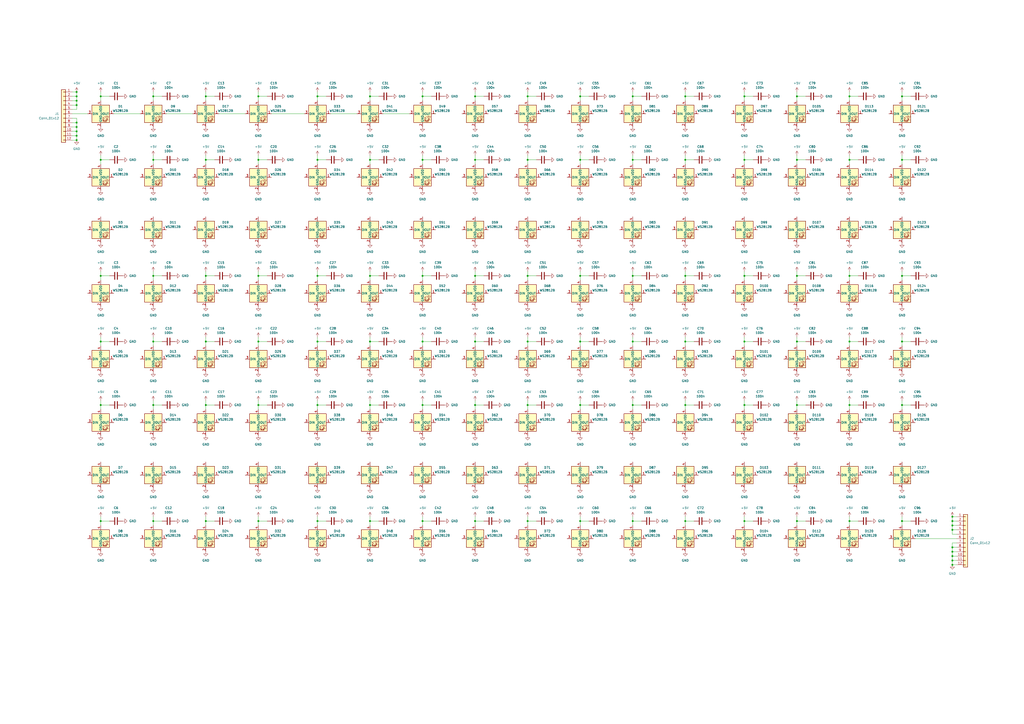
<source format=kicad_sch>
(kicad_sch (version 20211123) (generator eeschema)
  (paper "A2")
  (junction (at 245.11 55.88))
  (junction (at 431.8 55.88))
  (junction (at 306.07 302.26))
  (junction (at 88.9 55.88))
  (junction (at 88.9 234.95))
  (junction (at 462.28 92.71))
  (junction (at 275.59 198.12))
  (junction (at 367.03 92.71))
  (junction (at 523.24 160.02))
  (junction (at 88.9 160.02))
  (junction (at 397.51 302.26))
  (junction (at 275.59 160.02))
  (junction (at 367.03 55.88))
  (junction (at 523.24 55.88))
  (junction (at 245.11 198.12))
  (junction (at 336.55 55.88))
  (junction (at 523.24 198.12))
  (junction (at 44.45 76.2))
  (junction (at 88.9 302.26))
  (junction (at 44.45 81.28))
  (junction (at 184.15 92.71))
  (junction (at 462.28 160.02))
  (junction (at 184.15 55.88))
  (junction (at 397.51 92.71))
  (junction (at 336.55 160.02))
  (junction (at 552.45 307.34))
  (junction (at 44.45 55.88))
  (junction (at 492.76 302.26))
  (junction (at 552.45 304.8))
  (junction (at 306.07 160.02))
  (junction (at 44.45 58.42))
  (junction (at 149.86 234.95))
  (junction (at 184.15 302.26))
  (junction (at 119.38 234.95))
  (junction (at 367.03 234.95))
  (junction (at 306.07 198.12))
  (junction (at 149.86 160.02))
  (junction (at 88.9 92.71))
  (junction (at 462.28 234.95))
  (junction (at 523.24 234.95))
  (junction (at 552.45 302.26))
  (junction (at 306.07 55.88))
  (junction (at 184.15 160.02))
  (junction (at 306.07 92.71))
  (junction (at 119.38 198.12))
  (junction (at 58.42 92.71))
  (junction (at 431.8 302.26))
  (junction (at 336.55 198.12))
  (junction (at 58.42 198.12))
  (junction (at 431.8 198.12))
  (junction (at 275.59 92.71))
  (junction (at 462.28 302.26))
  (junction (at 88.9 198.12))
  (junction (at 552.45 327.66))
  (junction (at 275.59 302.26))
  (junction (at 245.11 302.26))
  (junction (at 58.42 55.88))
  (junction (at 397.51 234.95))
  (junction (at 214.63 198.12))
  (junction (at 552.45 320.04))
  (junction (at 431.8 160.02))
  (junction (at 119.38 92.71))
  (junction (at 552.45 325.12))
  (junction (at 245.11 234.95))
  (junction (at 44.45 78.74))
  (junction (at 492.76 92.71))
  (junction (at 492.76 198.12))
  (junction (at 44.45 53.34))
  (junction (at 149.86 198.12))
  (junction (at 275.59 234.95))
  (junction (at 149.86 55.88))
  (junction (at 119.38 160.02))
  (junction (at 245.11 160.02))
  (junction (at 397.51 198.12))
  (junction (at 397.51 55.88))
  (junction (at 245.11 92.71))
  (junction (at 367.03 302.26))
  (junction (at 462.28 55.88))
  (junction (at 214.63 302.26))
  (junction (at 149.86 302.26))
  (junction (at 523.24 92.71))
  (junction (at 336.55 234.95))
  (junction (at 58.42 160.02))
  (junction (at 58.42 302.26))
  (junction (at 336.55 302.26))
  (junction (at 119.38 302.26))
  (junction (at 492.76 234.95))
  (junction (at 44.45 71.12))
  (junction (at 367.03 160.02))
  (junction (at 552.45 322.58))
  (junction (at 552.45 299.72))
  (junction (at 492.76 55.88))
  (junction (at 44.45 60.96))
  (junction (at 492.76 160.02))
  (junction (at 214.63 160.02))
  (junction (at 58.42 234.95))
  (junction (at 119.38 55.88))
  (junction (at 214.63 55.88))
  (junction (at 552.45 317.5))
  (junction (at 397.51 160.02))
  (junction (at 44.45 73.66))
  (junction (at 184.15 234.95))
  (junction (at 214.63 234.95))
  (junction (at 214.63 92.71))
  (junction (at 523.24 302.26))
  (junction (at 275.59 55.88))
  (junction (at 431.8 92.71))
  (junction (at 431.8 234.95))
  (junction (at 462.28 198.12))
  (junction (at 149.86 92.71))
  (junction (at 306.07 234.95))
  (junction (at 367.03 198.12))
  (junction (at 184.15 198.12))
  (junction (at 336.55 92.71))
  (wire (pts (xy 336.55 234.95) (xy 341.63 234.95)))
  (wire (pts (xy 119.38 157.48) (xy 119.38 160.02)))
  (wire (pts (xy 397.51 157.48) (xy 397.51 160.02)))
  (wire (pts (xy 245.11 195.58) (xy 245.11 198.12)))
  (wire (pts (xy 149.86 302.26) (xy 154.94 302.26)))
  (wire (pts (xy 367.03 234.95) (xy 372.11 234.95)))
  (wire (pts (xy 44.45 76.2) (xy 44.45 78.74)))
  (wire (pts (xy 149.86 157.48) (xy 149.86 160.02)))
  (wire (pts (xy 184.15 302.26) (xy 189.23 302.26)))
  (wire (pts (xy 523.24 90.17) (xy 523.24 92.71)))
  (wire (pts (xy 462.28 95.25) (xy 462.28 92.71)))
  (wire (pts (xy 523.24 237.49) (xy 523.24 234.95)))
  (wire (pts (xy 66.04 66.04) (xy 81.28 66.04)))
  (wire (pts (xy 149.86 299.72) (xy 149.86 302.26)))
  (wire (pts (xy 149.86 55.88) (xy 154.94 55.88)))
  (wire (pts (xy 275.59 55.88) (xy 280.67 55.88)))
  (wire (pts (xy 41.91 63.5) (xy 44.45 63.5)))
  (wire (pts (xy 336.55 92.71) (xy 341.63 92.71)))
  (wire (pts (xy 431.8 53.34) (xy 431.8 55.88)))
  (wire (pts (xy 431.8 58.42) (xy 431.8 55.88)))
  (wire (pts (xy 397.51 90.17) (xy 397.51 92.71)))
  (wire (pts (xy 44.45 58.42) (xy 44.45 55.88)))
  (wire (pts (xy 184.15 160.02) (xy 189.23 160.02)))
  (wire (pts (xy 214.63 160.02) (xy 219.71 160.02)))
  (wire (pts (xy 523.24 160.02) (xy 528.32 160.02)))
  (wire (pts (xy 88.9 95.25) (xy 88.9 92.71)))
  (wire (pts (xy 44.45 53.34) (xy 41.91 53.34)))
  (wire (pts (xy 336.55 237.49) (xy 336.55 234.95)))
  (wire (pts (xy 367.03 195.58) (xy 367.03 198.12)))
  (wire (pts (xy 523.24 304.8) (xy 523.24 302.26)))
  (wire (pts (xy 96.52 66.04) (xy 111.76 66.04)))
  (wire (pts (xy 149.86 232.41) (xy 149.86 234.95)))
  (wire (pts (xy 530.86 312.42) (xy 554.99 312.42)))
  (wire (pts (xy 88.9 157.48) (xy 88.9 160.02)))
  (wire (pts (xy 214.63 299.72) (xy 214.63 302.26)))
  (wire (pts (xy 58.42 195.58) (xy 58.42 198.12)))
  (wire (pts (xy 523.24 200.66) (xy 523.24 198.12)))
  (wire (pts (xy 184.15 53.34) (xy 184.15 55.88)))
  (wire (pts (xy 367.03 299.72) (xy 367.03 302.26)))
  (wire (pts (xy 41.91 66.04) (xy 50.8 66.04)))
  (wire (pts (xy 184.15 157.48) (xy 184.15 160.02)))
  (wire (pts (xy 336.55 299.72) (xy 336.55 302.26)))
  (wire (pts (xy 214.63 200.66) (xy 214.63 198.12)))
  (wire (pts (xy 275.59 195.58) (xy 275.59 198.12)))
  (wire (pts (xy 251.46 66.04) (xy 252.73 66.04)))
  (wire (pts (xy 41.91 68.58) (xy 44.45 68.58)))
  (wire (pts (xy 245.11 200.66) (xy 245.11 198.12)))
  (wire (pts (xy 492.76 195.58) (xy 492.76 198.12)))
  (wire (pts (xy 462.28 92.71) (xy 467.36 92.71)))
  (wire (pts (xy 184.15 95.25) (xy 184.15 92.71)))
  (wire (pts (xy 431.8 95.25) (xy 431.8 92.71)))
  (wire (pts (xy 184.15 195.58) (xy 184.15 198.12)))
  (wire (pts (xy 275.59 162.56) (xy 275.59 160.02)))
  (wire (pts (xy 552.45 299.72) (xy 554.99 299.72)))
  (wire (pts (xy 275.59 160.02) (xy 280.67 160.02)))
  (wire (pts (xy 58.42 237.49) (xy 58.42 234.95)))
  (wire (pts (xy 119.38 237.49) (xy 119.38 234.95)))
  (wire (pts (xy 462.28 234.95) (xy 467.36 234.95)))
  (wire (pts (xy 41.91 71.12) (xy 44.45 71.12)))
  (wire (pts (xy 306.07 58.42) (xy 306.07 55.88)))
  (wire (pts (xy 336.55 302.26) (xy 341.63 302.26)))
  (wire (pts (xy 523.24 55.88) (xy 528.32 55.88)))
  (wire (pts (xy 554.99 322.58) (xy 552.45 322.58)))
  (wire (pts (xy 397.51 302.26) (xy 402.59 302.26)))
  (wire (pts (xy 554.99 314.96) (xy 552.45 314.96)))
  (wire (pts (xy 431.8 304.8) (xy 431.8 302.26)))
  (wire (pts (xy 367.03 90.17) (xy 367.03 92.71)))
  (wire (pts (xy 88.9 299.72) (xy 88.9 302.26)))
  (wire (pts (xy 119.38 234.95) (xy 124.46 234.95)))
  (wire (pts (xy 149.86 162.56) (xy 149.86 160.02)))
  (wire (pts (xy 41.91 78.74) (xy 44.45 78.74)))
  (wire (pts (xy 306.07 304.8) (xy 306.07 302.26)))
  (wire (pts (xy 149.86 234.95) (xy 154.94 234.95)))
  (wire (pts (xy 88.9 53.34) (xy 88.9 55.88)))
  (wire (pts (xy 275.59 302.26) (xy 280.67 302.26)))
  (wire (pts (xy 119.38 92.71) (xy 124.46 92.71)))
  (wire (pts (xy 184.15 92.71) (xy 189.23 92.71)))
  (wire (pts (xy 41.91 55.88) (xy 44.45 55.88)))
  (wire (pts (xy 88.9 55.88) (xy 93.98 55.88)))
  (wire (pts (xy 462.28 304.8) (xy 462.28 302.26)))
  (wire (pts (xy 184.15 200.66) (xy 184.15 198.12)))
  (wire (pts (xy 431.8 90.17) (xy 431.8 92.71)))
  (wire (pts (xy 492.76 299.72) (xy 492.76 302.26)))
  (wire (pts (xy 367.03 237.49) (xy 367.03 234.95)))
  (wire (pts (xy 88.9 200.66) (xy 88.9 198.12)))
  (wire (pts (xy 523.24 299.72) (xy 523.24 302.26)))
  (wire (pts (xy 214.63 198.12) (xy 219.71 198.12)))
  (wire (pts (xy 58.42 232.41) (xy 58.42 234.95)))
  (wire (pts (xy 523.24 198.12) (xy 528.32 198.12)))
  (wire (pts (xy 492.76 237.49) (xy 492.76 234.95)))
  (wire (pts (xy 275.59 200.66) (xy 275.59 198.12)))
  (wire (pts (xy 397.51 200.66) (xy 397.51 198.12)))
  (wire (pts (xy 275.59 92.71) (xy 280.67 92.71)))
  (wire (pts (xy 119.38 200.66) (xy 119.38 198.12)))
  (wire (pts (xy 552.45 309.88) (xy 552.45 307.34)))
  (wire (pts (xy 367.03 160.02) (xy 372.11 160.02)))
  (wire (pts (xy 58.42 299.72) (xy 58.42 302.26)))
  (wire (pts (xy 275.59 232.41) (xy 275.59 234.95)))
  (wire (pts (xy 431.8 232.41) (xy 431.8 234.95)))
  (wire (pts (xy 397.51 95.25) (xy 397.51 92.71)))
  (wire (pts (xy 44.45 78.74) (xy 44.45 81.28)))
  (wire (pts (xy 306.07 90.17) (xy 306.07 92.71)))
  (wire (pts (xy 554.99 302.26) (xy 552.45 302.26)))
  (wire (pts (xy 552.45 307.34) (xy 552.45 304.8)))
  (wire (pts (xy 149.86 160.02) (xy 154.94 160.02)))
  (wire (pts (xy 397.51 92.71) (xy 402.59 92.71)))
  (wire (pts (xy 245.11 90.17) (xy 245.11 92.71)))
  (wire (pts (xy 88.9 162.56) (xy 88.9 160.02)))
  (wire (pts (xy 492.76 53.34) (xy 492.76 55.88)))
  (wire (pts (xy 397.51 234.95) (xy 402.59 234.95)))
  (wire (pts (xy 397.51 162.56) (xy 397.51 160.02)))
  (wire (pts (xy 214.63 162.56) (xy 214.63 160.02)))
  (wire (pts (xy 492.76 198.12) (xy 497.84 198.12)))
  (wire (pts (xy 367.03 95.25) (xy 367.03 92.71)))
  (wire (pts (xy 552.45 322.58) (xy 552.45 325.12)))
  (wire (pts (xy 184.15 232.41) (xy 184.15 234.95)))
  (wire (pts (xy 58.42 55.88) (xy 63.5 55.88)))
  (wire (pts (xy 554.99 304.8) (xy 552.45 304.8)))
  (wire (pts (xy 214.63 53.34) (xy 214.63 55.88)))
  (wire (pts (xy 119.38 232.41) (xy 119.38 234.95)))
  (wire (pts (xy 462.28 58.42) (xy 462.28 55.88)))
  (wire (pts (xy 397.51 58.42) (xy 397.51 55.88)))
  (wire (pts (xy 149.86 90.17) (xy 149.86 92.71)))
  (wire (pts (xy 552.45 302.26) (xy 552.45 299.72)))
  (wire (pts (xy 336.55 195.58) (xy 336.55 198.12)))
  (wire (pts (xy 492.76 200.66) (xy 492.76 198.12)))
  (wire (pts (xy 214.63 234.95) (xy 219.71 234.95)))
  (wire (pts (xy 306.07 234.95) (xy 311.15 234.95)))
  (wire (pts (xy 245.11 55.88) (xy 250.19 55.88)))
  (wire (pts (xy 119.38 198.12) (xy 124.46 198.12)))
  (wire (pts (xy 397.51 304.8) (xy 397.51 302.26)))
  (wire (pts (xy 431.8 299.72) (xy 431.8 302.26)))
  (wire (pts (xy 397.51 237.49) (xy 397.51 234.95)))
  (wire (pts (xy 336.55 58.42) (xy 336.55 55.88)))
  (wire (pts (xy 492.76 90.17) (xy 492.76 92.71)))
  (wire (pts (xy 88.9 58.42) (xy 88.9 55.88)))
  (wire (pts (xy 306.07 162.56) (xy 306.07 160.02)))
  (wire (pts (xy 492.76 95.25) (xy 492.76 92.71)))
  (wire (pts (xy 492.76 92.71) (xy 497.84 92.71)))
  (wire (pts (xy 149.86 58.42) (xy 149.86 55.88)))
  (wire (pts (xy 492.76 58.42) (xy 492.76 55.88)))
  (wire (pts (xy 492.76 232.41) (xy 492.76 234.95)))
  (wire (pts (xy 88.9 234.95) (xy 93.98 234.95)))
  (wire (pts (xy 245.11 95.25) (xy 245.11 92.71)))
  (wire (pts (xy 214.63 157.48) (xy 214.63 160.02)))
  (wire (pts (xy 214.63 95.25) (xy 214.63 92.71)))
  (wire (pts (xy 523.24 157.48) (xy 523.24 160.02)))
  (wire (pts (xy 245.11 160.02) (xy 250.19 160.02)))
  (wire (pts (xy 275.59 53.34) (xy 275.59 55.88)))
  (wire (pts (xy 41.91 73.66) (xy 44.45 73.66)))
  (wire (pts (xy 214.63 232.41) (xy 214.63 234.95)))
  (wire (pts (xy 462.28 302.26) (xy 467.36 302.26)))
  (wire (pts (xy 523.24 58.42) (xy 523.24 55.88)))
  (wire (pts (xy 214.63 237.49) (xy 214.63 234.95)))
  (wire (pts (xy 552.45 317.5) (xy 552.45 320.04)))
  (wire (pts (xy 44.45 71.12) (xy 44.45 73.66)))
  (wire (pts (xy 44.45 73.66) (xy 44.45 76.2)))
  (wire (pts (xy 245.11 92.71) (xy 250.19 92.71)))
  (wire (pts (xy 275.59 198.12) (xy 280.67 198.12)))
  (wire (pts (xy 149.86 53.34) (xy 149.86 55.88)))
  (wire (pts (xy 367.03 53.34) (xy 367.03 55.88)))
  (wire (pts (xy 306.07 53.34) (xy 306.07 55.88)))
  (wire (pts (xy 431.8 92.71) (xy 436.88 92.71)))
  (wire (pts (xy 275.59 58.42) (xy 275.59 55.88)))
  (wire (pts (xy 397.51 53.34) (xy 397.51 55.88)))
  (wire (pts (xy 88.9 198.12) (xy 93.98 198.12)))
  (wire (pts (xy 41.91 60.96) (xy 44.45 60.96)))
  (wire (pts (xy 58.42 200.66) (xy 58.42 198.12)))
  (wire (pts (xy 245.11 302.26) (xy 250.19 302.26)))
  (wire (pts (xy 214.63 195.58) (xy 214.63 198.12)))
  (wire (pts (xy 275.59 304.8) (xy 275.59 302.26)))
  (wire (pts (xy 119.38 90.17) (xy 119.38 92.71)))
  (wire (pts (xy 58.42 53.34) (xy 58.42 55.88)))
  (wire (pts (xy 245.11 198.12) (xy 250.19 198.12)))
  (wire (pts (xy 184.15 58.42) (xy 184.15 55.88)))
  (wire (pts (xy 397.51 232.41) (xy 397.51 234.95)))
  (wire (pts (xy 44.45 63.5) (xy 44.45 60.96)))
  (wire (pts (xy 245.11 53.34) (xy 245.11 55.88)))
  (wire (pts (xy 431.8 200.66) (xy 431.8 198.12)))
  (wire (pts (xy 245.11 157.48) (xy 245.11 160.02)))
  (wire (pts (xy 184.15 55.88) (xy 189.23 55.88)))
  (wire (pts (xy 552.45 304.8) (xy 552.45 302.26)))
  (wire (pts (xy 367.03 232.41) (xy 367.03 234.95)))
  (wire (pts (xy 306.07 195.58) (xy 306.07 198.12)))
  (wire (pts (xy 336.55 160.02) (xy 341.63 160.02)))
  (wire (pts (xy 462.28 237.49) (xy 462.28 234.95)))
  (wire (pts (xy 492.76 304.8) (xy 492.76 302.26)))
  (wire (pts (xy 184.15 162.56) (xy 184.15 160.02)))
  (wire (pts (xy 367.03 304.8) (xy 367.03 302.26)))
  (wire (pts (xy 462.28 232.41) (xy 462.28 234.95)))
  (wire (pts (xy 119.38 160.02) (xy 124.46 160.02)))
  (wire (pts (xy 523.24 234.95) (xy 528.32 234.95)))
  (wire (pts (xy 214.63 58.42) (xy 214.63 55.88)))
  (wire (pts (xy 149.86 198.12) (xy 154.94 198.12)))
  (wire (pts (xy 306.07 200.66) (xy 306.07 198.12)))
  (wire (pts (xy 214.63 92.71) (xy 219.71 92.71)))
  (wire (pts (xy 214.63 90.17) (xy 214.63 92.71)))
  (wire (pts (xy 462.28 160.02) (xy 467.36 160.02)))
  (wire (pts (xy 523.24 232.41) (xy 523.24 234.95)))
  (wire (pts (xy 119.38 58.42) (xy 119.38 55.88)))
  (wire (pts (xy 336.55 304.8) (xy 336.55 302.26)))
  (wire (pts (xy 431.8 195.58) (xy 431.8 198.12)))
  (wire (pts (xy 88.9 232.41) (xy 88.9 234.95)))
  (wire (pts (xy 336.55 157.48) (xy 336.55 160.02)))
  (wire (pts (xy 397.51 195.58) (xy 397.51 198.12)))
  (wire (pts (xy 397.51 160.02) (xy 402.59 160.02)))
  (wire (pts (xy 306.07 157.48) (xy 306.07 160.02)))
  (wire (pts (xy 462.28 162.56) (xy 462.28 160.02)))
  (wire (pts (xy 336.55 90.17) (xy 336.55 92.71)))
  (wire (pts (xy 184.15 90.17) (xy 184.15 92.71)))
  (wire (pts (xy 462.28 198.12) (xy 467.36 198.12)))
  (wire (pts (xy 88.9 304.8) (xy 88.9 302.26)))
  (wire (pts (xy 245.11 162.56) (xy 245.11 160.02)))
  (wire (pts (xy 184.15 198.12) (xy 189.23 198.12)))
  (wire (pts (xy 44.45 55.88) (xy 44.45 53.34)))
  (wire (pts (xy 336.55 200.66) (xy 336.55 198.12)))
  (wire (pts (xy 58.42 304.8) (xy 58.42 302.26)))
  (wire (pts (xy 88.9 160.02) (xy 93.98 160.02)))
  (wire (pts (xy 492.76 302.26) (xy 497.84 302.26)))
  (wire (pts (xy 245.11 237.49) (xy 245.11 234.95)))
  (wire (pts (xy 431.8 198.12) (xy 436.88 198.12)))
  (wire (pts (xy 214.63 302.26) (xy 219.71 302.26)))
  (wire (pts (xy 306.07 198.12) (xy 311.15 198.12)))
  (wire (pts (xy 58.42 92.71) (xy 63.5 92.71)))
  (wire (pts (xy 58.42 302.26) (xy 63.5 302.26)))
  (wire (pts (xy 554.99 325.12) (xy 552.45 325.12)))
  (wire (pts (xy 245.11 304.8) (xy 245.11 302.26)))
  (wire (pts (xy 119.38 302.26) (xy 124.46 302.26)))
  (wire (pts (xy 336.55 232.41) (xy 336.55 234.95)))
  (wire (pts (xy 492.76 157.48) (xy 492.76 160.02)))
  (wire (pts (xy 41.91 58.42) (xy 44.45 58.42)))
  (wire (pts (xy 214.63 304.8) (xy 214.63 302.26)))
  (wire (pts (xy 184.15 237.49) (xy 184.15 234.95)))
  (wire (pts (xy 462.28 55.88) (xy 467.36 55.88)))
  (wire (pts (xy 431.8 55.88) (xy 436.88 55.88)))
  (wire (pts (xy 492.76 234.95) (xy 497.84 234.95)))
  (wire (pts (xy 275.59 234.95) (xy 280.67 234.95)))
  (wire (pts (xy 275.59 157.48) (xy 275.59 160.02)))
  (wire (pts (xy 367.03 162.56) (xy 367.03 160.02)))
  (wire (pts (xy 367.03 55.88) (xy 372.11 55.88)))
  (wire (pts (xy 214.63 55.88) (xy 219.71 55.88)))
  (wire (pts (xy 367.03 302.26) (xy 372.11 302.26)))
  (wire (pts (xy 119.38 299.72) (xy 119.38 302.26)))
  (wire (pts (xy 245.11 299.72) (xy 245.11 302.26)))
  (wire (pts (xy 336.55 162.56) (xy 336.55 160.02)))
  (wire (pts (xy 245.11 234.95) (xy 250.19 234.95)))
  (wire (pts (xy 58.42 162.56) (xy 58.42 160.02)))
  (wire (pts (xy 554.99 317.5) (xy 552.45 317.5)))
  (wire (pts (xy 306.07 92.71) (xy 311.15 92.71)))
  (wire (pts (xy 306.07 237.49) (xy 306.07 234.95)))
  (wire (pts (xy 336.55 53.34) (xy 336.55 55.88)))
  (wire (pts (xy 492.76 55.88) (xy 497.84 55.88)))
  (wire (pts (xy 462.28 195.58) (xy 462.28 198.12)))
  (wire (pts (xy 119.38 55.88) (xy 124.46 55.88)))
  (wire (pts (xy 367.03 92.71) (xy 372.11 92.71)))
  (wire (pts (xy 88.9 92.71) (xy 93.98 92.71)))
  (wire (pts (xy 431.8 157.48) (xy 431.8 160.02)))
  (wire (pts (xy 306.07 302.26) (xy 311.15 302.26)))
  (wire (pts (xy 127 66.04) (xy 142.24 66.04)))
  (wire (pts (xy 58.42 58.42) (xy 58.42 55.88)))
  (wire (pts (xy 431.8 302.26) (xy 436.88 302.26)))
  (wire (pts (xy 149.86 195.58) (xy 149.86 198.12)))
  (wire (pts (xy 58.42 157.48) (xy 58.42 160.02)))
  (wire (pts (xy 41.91 76.2) (xy 44.45 76.2)))
  (wire (pts (xy 149.86 304.8) (xy 149.86 302.26)))
  (wire (pts (xy 44.45 60.96) (xy 44.45 58.42)))
  (wire (pts (xy 58.42 234.95) (xy 63.5 234.95)))
  (wire (pts (xy 554.99 309.88) (xy 552.45 309.88)))
  (wire (pts (xy 367.03 58.42) (xy 367.03 55.88)))
  (wire (pts (xy 336.55 55.88) (xy 341.63 55.88)))
  (wire (pts (xy 462.28 200.66) (xy 462.28 198.12)))
  (wire (pts (xy 552.45 320.04) (xy 552.45 322.58)))
  (wire (pts (xy 58.42 90.17) (xy 58.42 92.71)))
  (wire (pts (xy 44.45 81.28) (xy 41.91 81.28)))
  (wire (pts (xy 554.99 320.04) (xy 552.45 320.04)))
  (wire (pts (xy 58.42 198.12) (xy 63.5 198.12)))
  (wire (pts (xy 184.15 304.8) (xy 184.15 302.26)))
  (wire (pts (xy 492.76 160.02) (xy 497.84 160.02)))
  (wire (pts (xy 245.11 58.42) (xy 245.11 55.88)))
  (wire (pts (xy 88.9 90.17) (xy 88.9 92.71)))
  (wire (pts (xy 523.24 195.58) (xy 523.24 198.12)))
  (wire (pts (xy 367.03 200.66) (xy 367.03 198.12)))
  (wire (pts (xy 222.25 66.04) (xy 237.49 66.04)))
  (wire (pts (xy 523.24 302.26) (xy 528.32 302.26)))
  (wire (pts (xy 462.28 299.72) (xy 462.28 302.26)))
  (wire (pts (xy 431.8 234.95) (xy 436.88 234.95)))
  (wire (pts (xy 306.07 232.41) (xy 306.07 234.95)))
  (wire (pts (xy 523.24 162.56) (xy 523.24 160.02)))
  (wire (pts (xy 306.07 95.25) (xy 306.07 92.71)))
  (wire (pts (xy 149.86 237.49) (xy 149.86 234.95)))
  (wire (pts (xy 431.8 160.02) (xy 436.88 160.02)))
  (wire (pts (xy 523.24 53.34) (xy 523.24 55.88)))
  (wire (pts (xy 552.45 314.96) (xy 552.45 317.5)))
  (wire (pts (xy 149.86 95.25) (xy 149.86 92.71)))
  (wire (pts (xy 88.9 302.26) (xy 93.98 302.26)))
  (wire (pts (xy 245.11 232.41) (xy 245.11 234.95)))
  (wire (pts (xy 119.38 162.56) (xy 119.38 160.02)))
  (wire (pts (xy 275.59 90.17) (xy 275.59 92.71)))
  (wire (pts (xy 462.28 90.17) (xy 462.28 92.71)))
  (wire (pts (xy 552.45 325.12) (xy 552.45 327.66)))
  (wire (pts (xy 157.48 66.04) (xy 176.53 66.04)))
  (wire (pts (xy 58.42 160.02) (xy 63.5 160.02)))
  (wire (pts (xy 462.28 53.34) (xy 462.28 55.88)))
  (wire (pts (xy 149.86 200.66) (xy 149.86 198.12)))
  (wire (pts (xy 275.59 299.72) (xy 275.59 302.26)))
  (wire (pts (xy 119.38 95.25) (xy 119.38 92.71)))
  (wire (pts (xy 554.99 307.34) (xy 552.45 307.34)))
  (wire (pts (xy 119.38 195.58) (xy 119.38 198.12)))
  (wire (pts (xy 431.8 162.56) (xy 431.8 160.02)))
  (wire (pts (xy 523.24 95.25) (xy 523.24 92.71)))
  (wire (pts (xy 275.59 237.49) (xy 275.59 234.95)))
  (wire (pts (xy 523.24 92.71) (xy 528.32 92.71)))
  (wire (pts (xy 397.51 55.88) (xy 402.59 55.88)))
  (wire (pts (xy 397.51 299.72) (xy 397.51 302.26)))
  (wire (pts (xy 431.8 237.49) (xy 431.8 234.95)))
  (wire (pts (xy 44.45 68.58) (xy 44.45 71.12)))
  (wire (pts (xy 191.77 66.04) (xy 207.01 66.04)))
  (wire (pts (xy 306.07 55.88) (xy 311.15 55.88)))
  (wire (pts (xy 119.38 304.8) (xy 119.38 302.26)))
  (wire (pts (xy 492.76 162.56) (xy 492.76 160.02)))
  (wire (pts (xy 88.9 195.58) (xy 88.9 198.12)))
  (wire (pts (xy 462.28 157.48) (xy 462.28 160.02)))
  (wire (pts (xy 58.42 95.25) (xy 58.42 92.71)))
  (wire (pts (xy 367.03 157.48) (xy 367.03 160.02)))
  (wire (pts (xy 184.15 299.72) (xy 184.15 302.26)))
  (wire (pts (xy 397.51 198.12) (xy 402.59 198.12)))
  (wire (pts (xy 306.07 299.72) (xy 306.07 302.26)))
  (wire (pts (xy 306.07 160.02) (xy 311.15 160.02)))
  (wire (pts (xy 184.15 234.95) (xy 189.23 234.95)))
  (wire (pts (xy 367.03 198.12) (xy 372.11 198.12)))
  (wire (pts (xy 336.55 95.25) (xy 336.55 92.71)))
  (wire (pts (xy 149.86 92.71) (xy 154.94 92.71)))
  (wire (pts (xy 275.59 95.25) (xy 275.59 92.71)))
  (wire (pts (xy 552.45 327.66) (xy 554.99 327.66)))
  (wire (pts (xy 119.38 53.34) (xy 119.38 55.88)))
  (wire (pts (xy 88.9 237.49) (xy 88.9 234.95)))
  (wire (pts (xy 336.55 198.12) (xy 341.63 198.12)))
  (symbol (lib_id "Device:C") (at 375.92 160.02 90) (unit 1)
    (property "Reference" "C63" (at 375.92 152.4 90))
    (property "Value" "100n" (at 375.92 154.94 90))
    (property "Footprint" "Capacitor_SMD:C_0402_1005Metric" (effects hide))
  )
  (symbol (lib_id "power:+5V") (at 306.07 53.34 0) (unit 1)
    (property "Reference" "#PWR0159" (effects hide))
    (property "Value" "+5V" (at 306.07 48.26 0))
  )
  (symbol (lib_id "power:GND") (at 379.73 234.95 90) (unit 1)
    (property "Reference" "#PWR0174" (effects hide))
    (property "Value" "GND" (at 383.54 234.9499 90) (effects (justify right)))
  )
  (symbol (lib_id "LED:WS2812B") (at 184.15 133.35 0) (unit 1)
    (property "Reference" "D35" (at 195.58 129.0193 0))
    (property "Value" "WS2812B" (at 195.58 131.5593 0))
    (property "Footprint" "clock-library:WS2812C-2020" (effects hide))
    (property "Datasheet" "https://cdn-shop.adafruit.com/datasheets/WS2812B.pdf" (effects hide))
  )
  (symbol (lib_id "power:+5V") (at 336.55 232.41 0) (unit 1)
    (property "Reference" "#PWR0373" (effects hide))
    (property "Value" "+5V" (at 336.55 227.33 0))
  )
  (symbol (lib_id "Device:C") (at 440.69 55.88 90) (unit 1)
    (property "Reference" "C73" (at 440.69 48.26 90))
    (property "Value" "100n" (at 440.69 50.8 90))
    (property "Footprint" "Capacitor_SMD:C_0402_1005Metric" (effects hide))
  )
  (symbol (lib_id "power:GND") (at 306.07 320.04 0) (unit 1)
    (property "Reference" "#PWR0141" (effects hide))
    (property "Value" "GND" (at 306.07 325.12 0))
  )
  (symbol (lib_id "power:GND") (at 88.9 73.66 0) (unit 1)
    (property "Reference" "#PWR0420" (effects hide))
    (property "Value" "GND" (at 88.9 78.74 0))
  )
  (symbol (lib_id "power:+5V") (at 462.28 299.72 0) (unit 1)
    (property "Reference" "#PWR0128" (effects hide))
    (property "Value" "+5V" (at 462.28 294.64 0))
  )
  (symbol (lib_id "LED:WS2812B") (at 149.86 170.18 0) (unit 1)
    (property "Reference" "D28" (at 161.29 165.8493 0))
    (property "Value" "WS2812B" (at 161.29 168.3893 0))
    (property "Footprint" "clock-library:WS2812C-2020" (effects hide))
    (property "Datasheet" "https://cdn-shop.adafruit.com/datasheets/WS2812B.pdf" (effects hide))
  )
  (symbol (lib_id "power:GND") (at 214.63 215.9 0) (unit 1)
    (property "Reference" "#PWR0263" (effects hide))
    (property "Value" "GND" (at 214.63 220.98 0))
  )
  (symbol (lib_id "power:+5V") (at 184.15 90.17 0) (unit 1)
    (property "Reference" "#PWR0353" (effects hide))
    (property "Value" "+5V" (at 184.15 85.09 0))
  )
  (symbol (lib_id "power:GND") (at 88.9 320.04 0) (unit 1)
    (property "Reference" "#PWR0213" (effects hide))
    (property "Value" "GND" (at 88.9 325.12 0))
  )
  (symbol (lib_id "power:GND") (at 492.76 283.21 0) (unit 1)
    (property "Reference" "#PWR0170" (effects hide))
    (property "Value" "GND" (at 492.76 288.29 0))
  )
  (symbol (lib_id "Device:C") (at 284.48 92.71 90) (unit 1)
    (property "Reference" "C44" (at 284.48 85.09 90))
    (property "Value" "100n" (at 284.48 87.63 90))
    (property "Footprint" "Capacitor_SMD:C_0402_1005Metric" (effects hide))
  )
  (symbol (lib_id "power:GND") (at 162.56 160.02 90) (unit 1)
    (property "Reference" "#PWR0232" (effects hide))
    (property "Value" "GND" (at 166.37 160.0199 90) (effects (justify right)))
  )
  (symbol (lib_id "power:GND") (at 462.28 320.04 0) (unit 1)
    (property "Reference" "#PWR0131" (effects hide))
    (property "Value" "GND" (at 462.28 325.12 0))
  )
  (symbol (lib_id "power:+5V") (at 306.07 195.58 0) (unit 1)
    (property "Reference" "#PWR0379" (effects hide))
    (property "Value" "+5V" (at 306.07 190.5 0))
  )
  (symbol (lib_id "power:GND") (at 523.24 252.73 0) (unit 1)
    (property "Reference" "#PWR0322" (effects hide))
    (property "Value" "GND" (at 523.24 257.81 0))
  )
  (symbol (lib_id "Device:C") (at 345.44 234.95 90) (unit 1)
    (property "Reference" "C59" (at 345.44 227.33 90))
    (property "Value" "100n" (at 345.44 229.87 90))
    (property "Footprint" "Capacitor_SMD:C_0402_1005Metric" (effects hide))
  )
  (symbol (lib_id "power:+5V") (at 367.03 232.41 0) (unit 1)
    (property "Reference" "#PWR0173" (effects hide))
    (property "Value" "+5V" (at 367.03 227.33 0))
  )
  (symbol (lib_id "power:GND") (at 162.56 198.12 90) (unit 1)
    (property "Reference" "#PWR0236" (effects hide))
    (property "Value" "GND" (at 166.37 198.1199 90) (effects (justify right)))
  )
  (symbol (lib_id "power:GND") (at 306.07 110.49 0) (unit 1)
    (property "Reference" "#PWR0161" (effects hide))
    (property "Value" "GND" (at 306.07 115.57 0))
  )
  (symbol (lib_id "power:GND") (at 492.76 320.04 0) (unit 1)
    (property "Reference" "#PWR0169" (effects hide))
    (property "Value" "GND" (at 492.76 325.12 0))
  )
  (symbol (lib_id "power:GND") (at 397.51 140.97 0) (unit 1)
    (property "Reference" "#PWR0281" (effects hide))
    (property "Value" "GND" (at 397.51 146.05 0))
  )
  (symbol (lib_id "power:+5V") (at 397.51 299.72 0) (unit 1)
    (property "Reference" "#PWR0182" (effects hide))
    (property "Value" "+5V" (at 397.51 294.64 0))
  )
  (symbol (lib_id "power:+5V") (at 523.24 232.41 0) (unit 1)
    (property "Reference" "#PWR0323" (effects hide))
    (property "Value" "+5V" (at 523.24 227.33 0))
  )
  (symbol (lib_id "LED:WS2812B") (at 367.03 245.11 0) (unit 1)
    (property "Reference" "D86" (at 378.46 240.7793 0))
    (property "Value" "WS2812B" (at 378.46 243.3193 0))
    (property "Footprint" "clock-library:WS2812C-2020" (effects hide))
    (property "Datasheet" "https://cdn-shop.adafruit.com/datasheets/WS2812B.pdf" (effects hide))
  )
  (symbol (lib_id "Device:C") (at 440.69 234.95 90) (unit 1)
    (property "Reference" "C77" (at 440.69 227.33 90))
    (property "Value" "100n" (at 440.69 229.87 90))
    (property "Footprint" "Capacitor_SMD:C_0402_1005Metric" (effects hide))
  )
  (symbol (lib_id "LED:WS2812B") (at 462.28 102.87 0) (unit 1)
    (property "Reference" "D106" (at 473.71 98.5393 0))
    (property "Value" "WS2812B" (at 473.71 101.0793 0))
    (property "Footprint" "clock-library:WS2812C-2020" (effects hide))
    (property "Datasheet" "https://cdn-shop.adafruit.com/datasheets/WS2812B.pdf" (effects hide))
  )
  (symbol (lib_id "LED:WS2812B") (at 58.42 66.04 0) (unit 1)
    (property "Reference" "D1" (at 69.85 61.7093 0))
    (property "Value" "WS2812B" (at 69.85 64.2493 0))
    (property "Footprint" "clock-library:WS2812C-2020" (effects hide))
    (property "Datasheet" "https://cdn-shop.adafruit.com/datasheets/WS2812B.pdf" (effects hide))
  )
  (symbol (lib_id "LED:WS2812B") (at 306.07 275.59 0) (unit 1)
    (property "Reference" "D71" (at 317.5 271.2593 0))
    (property "Value" "WS2812B" (at 317.5 273.7993 0))
    (property "Footprint" "clock-library:WS2812C-2020" (effects hide))
    (property "Datasheet" "https://cdn-shop.adafruit.com/datasheets/WS2812B.pdf" (effects hide))
  )
  (symbol (lib_id "power:GND") (at 431.8 252.73 0) (unit 1)
    (property "Reference" "#PWR0126" (effects hide))
    (property "Value" "GND" (at 431.8 257.81 0))
  )
  (symbol (lib_id "power:GND") (at 149.86 73.66 0) (unit 1)
    (property "Reference" "#PWR0394" (effects hide))
    (property "Value" "GND" (at 149.86 78.74 0))
  )
  (symbol (lib_id "LED:WS2812B") (at 523.24 133.35 0) (unit 1)
    (property "Reference" "D123" (at 534.67 129.0193 0))
    (property "Value" "WS2812B" (at 534.67 131.5593 0))
    (property "Footprint" "clock-library:WS2812C-2020" (effects hide))
    (property "Datasheet" "https://cdn-shop.adafruit.com/datasheets/WS2812B.pdf" (effects hide))
  )
  (symbol (lib_id "power:+5V") (at 275.59 53.34 0) (unit 1)
    (property "Reference" "#PWR0361" (effects hide))
    (property "Value" "+5V" (at 275.59 48.26 0))
  )
  (symbol (lib_id "Device:C") (at 471.17 302.26 90) (unit 1)
    (property "Reference" "C84" (at 471.17 294.64 90))
    (property "Value" "100n" (at 471.17 297.18 90))
    (property "Footprint" "Capacitor_SMD:C_0402_1005Metric" (effects hide))
  )
  (symbol (lib_id "power:+5V") (at 492.76 90.17 0) (unit 1)
    (property "Reference" "#PWR0303" (effects hide))
    (property "Value" "+5V" (at 492.76 85.09 0))
  )
  (symbol (lib_id "Device:C") (at 471.17 55.88 90) (unit 1)
    (property "Reference" "C79" (at 471.17 48.26 90))
    (property "Value" "100n" (at 471.17 50.8 90))
    (property "Footprint" "Capacitor_SMD:C_0402_1005Metric" (effects hide))
  )
  (symbol (lib_id "LED:WS2812B") (at 214.63 102.87 0) (unit 1)
    (property "Reference" "D42" (at 226.06 98.5393 0))
    (property "Value" "WS2812B" (at 226.06 101.0793 0))
    (property "Footprint" "clock-library:WS2812C-2020" (effects hide))
    (property "Datasheet" "https://cdn-shop.adafruit.com/datasheets/WS2812B.pdf" (effects hide))
  )
  (symbol (lib_id "Device:C") (at 406.4 92.71 90) (unit 1)
    (property "Reference" "C68" (at 406.4 85.09 90))
    (property "Value" "100n" (at 406.4 87.63 90))
    (property "Footprint" "Capacitor_SMD:C_0402_1005Metric" (effects hide))
  )
  (symbol (lib_id "LED:WS2812B") (at 367.03 133.35 0) (unit 1)
    (property "Reference" "D83" (at 378.46 129.0193 0))
    (property "Value" "WS2812B" (at 378.46 131.5593 0))
    (property "Footprint" "clock-library:WS2812C-2020" (effects hide))
    (property "Datasheet" "https://cdn-shop.adafruit.com/datasheets/WS2812B.pdf" (effects hide))
  )
  (symbol (lib_id "power:+5V") (at 149.86 53.34 0) (unit 1)
    (property "Reference" "#PWR0397" (effects hide))
    (property "Value" "+5V" (at 149.86 48.26 0))
  )
  (symbol (lib_id "Device:C") (at 254 198.12 90) (unit 1)
    (property "Reference" "C40" (at 254 190.5 90))
    (property "Value" "100n" (at 254 193.04 90))
    (property "Footprint" "Capacitor_SMD:C_0402_1005Metric" (effects hide))
  )
  (symbol (lib_id "LED:WS2812B") (at 149.86 66.04 0) (unit 1)
    (property "Reference" "D25" (at 161.29 61.7093 0))
    (property "Value" "WS2812B" (at 161.29 64.2493 0))
    (property "Footprint" "clock-library:WS2812C-2020" (effects hide))
    (property "Datasheet" "https://cdn-shop.adafruit.com/datasheets/WS2812B.pdf" (effects hide))
  )
  (symbol (lib_id "Device:C") (at 158.75 55.88 90) (unit 1)
    (property "Reference" "C19" (at 158.75 48.26 90))
    (property "Value" "100n" (at 158.75 50.8 90))
    (property "Footprint" "Capacitor_SMD:C_0402_1005Metric" (effects hide))
  )
  (symbol (lib_id "LED:WS2812B") (at 306.07 102.87 0) (unit 1)
    (property "Reference" "D66" (at 317.5 98.5393 0))
    (property "Value" "WS2812B" (at 317.5 101.0793 0))
    (property "Footprint" "clock-library:WS2812C-2020" (effects hide))
    (property "Datasheet" "https://cdn-shop.adafruit.com/datasheets/WS2812B.pdf" (effects hide))
  )
  (symbol (lib_id "LED:WS2812B") (at 306.07 66.04 0) (unit 1)
    (property "Reference" "D65" (at 317.5 61.7093 0))
    (property "Value" "WS2812B" (at 317.5 64.2493 0))
    (property "Footprint" "clock-library:WS2812C-2020" (effects hide))
    (property "Datasheet" "https://cdn-shop.adafruit.com/datasheets/WS2812B.pdf" (effects hide))
  )
  (symbol (lib_id "LED:WS2812B") (at 462.28 170.18 0) (unit 1)
    (property "Reference" "D108" (at 473.71 165.8493 0))
    (property "Value" "WS2812B" (at 473.71 168.3893 0))
    (property "Footprint" "clock-library:WS2812C-2020" (effects hide))
    (property "Datasheet" "https://cdn-shop.adafruit.com/datasheets/WS2812B.pdf" (effects hide))
  )
  (symbol (lib_id "power:+5V") (at 397.51 232.41 0) (unit 1)
    (property "Reference" "#PWR0179" (effects hide))
    (property "Value" "+5V" (at 397.51 227.33 0))
  )
  (symbol (lib_id "power:GND") (at 505.46 160.02 90) (unit 1)
    (property "Reference" "#PWR0288" (effects hide))
    (property "Value" "GND" (at 509.27 160.0199 90) (effects (justify right)))
  )
  (symbol (lib_id "power:GND") (at 162.56 92.71 90) (unit 1)
    (property "Reference" "#PWR0343" (effects hide))
    (property "Value" "GND" (at 166.37 92.7099 90) (effects (justify right)))
  )
  (symbol (lib_id "Device:C") (at 254 234.95 90) (unit 1)
    (property "Reference" "C41" (at 254 227.33 90))
    (property "Value" "100n" (at 254 229.87 90))
    (property "Footprint" "Capacitor_SMD:C_0402_1005Metric" (effects hide))
  )
  (symbol (lib_id "power:+5V") (at 184.15 232.41 0) (unit 1)
    (property "Reference" "#PWR0238" (effects hide))
    (property "Value" "+5V" (at 184.15 227.33 0))
  )
  (symbol (lib_id "LED:WS2812B") (at 275.59 133.35 0) (unit 1)
    (property "Reference" "D59" (at 287.02 129.0193 0))
    (property "Value" "WS2812B" (at 287.02 131.5593 0))
    (property "Footprint" "clock-library:WS2812C-2020" (effects hide))
    (property "Datasheet" "https://cdn-shop.adafruit.com/datasheets/WS2812B.pdf" (effects hide))
  )
  (symbol (lib_id "power:+5V") (at 462.28 232.41 0) (unit 1)
    (property "Reference" "#PWR0118" (effects hide))
    (property "Value" "+5V" (at 462.28 227.33 0))
  )
  (symbol (lib_id "power:GND") (at 336.55 215.9 0) (unit 1)
    (property "Reference" "#PWR0374" (effects hide))
    (property "Value" "GND" (at 336.55 220.98 0))
  )
  (symbol (lib_id "LED:WS2812B") (at 336.55 275.59 0) (unit 1)
    (property "Reference" "D79" (at 347.98 271.2593 0))
    (property "Value" "WS2812B" (at 347.98 273.7993 0))
    (property "Footprint" "clock-library:WS2812C-2020" (effects hide))
    (property "Datasheet" "https://cdn-shop.adafruit.com/datasheets/WS2812B.pdf" (effects hide))
  )
  (symbol (lib_id "power:GND") (at 132.08 302.26 90) (unit 1)
    (property "Reference" "#PWR0216" (effects hide))
    (property "Value" "GND" (at 135.89 302.2599 90) (effects (justify right)))
  )
  (symbol (lib_id "Device:C") (at 314.96 198.12 90) (unit 1)
    (property "Reference" "C52" (at 314.96 190.5 90))
    (property "Value" "100n" (at 314.96 193.04 90))
    (property "Footprint" "Capacitor_SMD:C_0402_1005Metric" (effects hide))
  )
  (symbol (lib_id "power:+5V") (at 367.03 53.34 0) (unit 1)
    (property "Reference" "#PWR0153" (effects hide))
    (property "Value" "+5V" (at 367.03 48.26 0))
  )
  (symbol (lib_id "power:GND") (at 397.51 283.21 0) (unit 1)
    (property "Reference" "#PWR0178" (effects hide))
    (property "Value" "GND" (at 397.51 288.29 0))
  )
  (symbol (lib_id "power:+5V") (at 245.11 195.58 0) (unit 1)
    (property "Reference" "#PWR0268" (effects hide))
    (property "Value" "+5V" (at 245.11 190.5 0))
  )
  (symbol (lib_id "power:GND") (at 214.63 140.97 0) (unit 1)
    (property "Reference" "#PWR0334" (effects hide))
    (property "Value" "GND" (at 214.63 146.05 0))
  )
  (symbol (lib_id "power:GND") (at 431.8 73.66 0) (unit 1)
    (property "Reference" "#PWR0148" (effects hide))
    (property "Value" "GND" (at 431.8 78.74 0))
  )
  (symbol (lib_id "power:GND") (at 444.5 302.26 90) (unit 1)
    (property "Reference" "#PWR0130" (effects hide))
    (property "Value" "GND" (at 448.31 302.2599 90) (effects (justify right)))
  )
  (symbol (lib_id "Device:C") (at 314.96 92.71 90) (unit 1)
    (property "Reference" "C50" (at 314.96 85.09 90))
    (property "Value" "100n" (at 314.96 87.63 90))
    (property "Footprint" "Capacitor_SMD:C_0402_1005Metric" (effects hide))
  )
  (symbol (lib_id "power:+5V") (at 149.86 299.72 0) (unit 1)
    (property "Reference" "#PWR0196" (effects hide))
    (property "Value" "+5V" (at 149.86 294.64 0))
  )
  (symbol (lib_id "power:+5V") (at 367.03 157.48 0) (unit 1)
    (property "Reference" "#PWR0112" (effects hide))
    (property "Value" "+5V" (at 367.03 152.4 0))
  )
  (symbol (lib_id "power:GND") (at 523.24 283.21 0) (unit 1)
    (property "Reference" "#PWR0166" (effects hide))
    (property "Value" "GND" (at 523.24 288.29 0))
  )
  (symbol (lib_id "power:GND") (at 288.29 160.02 90) (unit 1)
    (property "Reference" "#PWR0269" (effects hide))
    (property "Value" "GND" (at 292.1 160.0199 90) (effects (justify right)))
  )
  (symbol (lib_id "LED:WS2812B") (at 119.38 66.04 0) (unit 1)
    (property "Reference" "D17" (at 130.81 61.7093 0))
    (property "Value" "WS2812B" (at 130.81 64.2493 0))
    (property "Footprint" "clock-library:WS2812C-2020" (effects hide))
    (property "Datasheet" "https://cdn-shop.adafruit.com/datasheets/WS2812B.pdf" (effects hide))
  )
  (symbol (lib_id "power:+5V") (at 58.42 53.34 0) (unit 1)
    (property "Reference" "#PWR0416" (effects hide))
    (property "Value" "+5V" (at 58.42 48.26 0))
  )
  (symbol (lib_id "Device:C") (at 128.27 234.95 90) (unit 1)
    (property "Reference" "C17" (at 128.27 227.33 90))
    (property "Value" "100n" (at 128.27 229.87 90))
    (property "Footprint" "Capacitor_SMD:C_0402_1005Metric" (effects hide))
  )
  (symbol (lib_id "power:GND") (at 149.86 320.04 0) (unit 1)
    (property "Reference" "#PWR0198" (effects hide))
    (property "Value" "GND" (at 149.86 325.12 0))
  )
  (symbol (lib_id "Device:C") (at 128.27 92.71 90) (unit 1)
    (property "Reference" "C14" (at 128.27 85.09 90))
    (property "Value" "100n" (at 128.27 87.63 90))
    (property "Footprint" "Capacitor_SMD:C_0402_1005Metric" (effects hide))
  )
  (symbol (lib_id "Device:C") (at 128.27 55.88 90) (unit 1)
    (property "Reference" "C13" (at 128.27 48.26 90))
    (property "Value" "100n" (at 128.27 50.8 90))
    (property "Footprint" "Capacitor_SMD:C_0402_1005Metric" (effects hide))
  )
  (symbol (lib_id "power:GND") (at 132.08 198.12 90) (unit 1)
    (property "Reference" "#PWR0234" (effects hide))
    (property "Value" "GND" (at 135.89 198.1199 90) (effects (justify right)))
  )
  (symbol (lib_id "power:+5V") (at 431.8 53.34 0) (unit 1)
    (property "Reference" "#PWR0145" (effects hide))
    (property "Value" "+5V" (at 431.8 48.26 0))
  )
  (symbol (lib_id "Device:C") (at 345.44 302.26 90) (unit 1)
    (property "Reference" "C60" (at 345.44 294.64 90))
    (property "Value" "100n" (at 345.44 297.18 90))
    (property "Footprint" "Capacitor_SMD:C_0402_1005Metric" (effects hide))
  )
  (symbol (lib_id "LED:WS2812B") (at 184.15 66.04 0) (unit 1)
    (property "Reference" "D33" (at 195.58 61.7093 0))
    (property "Value" "WS2812B" (at 195.58 64.2493 0))
    (property "Footprint" "clock-library:WS2812C-2020" (effects hide))
    (property "Datasheet" "https://cdn-shop.adafruit.com/datasheets/WS2812B.pdf" (effects hide))
  )
  (symbol (lib_id "power:+5V") (at 214.63 90.17 0) (unit 1)
    (property "Reference" "#PWR0331" (effects hide))
    (property "Value" "+5V" (at 214.63 85.09 0))
  )
  (symbol (lib_id "power:GND") (at 410.21 55.88 90) (unit 1)
    (property "Reference" "#PWR0368" (effects hide))
    (property "Value" "GND" (at 414.02 55.8799 90) (effects (justify right)))
  )
  (symbol (lib_id "Device:C") (at 375.92 55.88 90) (unit 1)
    (property "Reference" "C61" (at 375.92 48.26 90))
    (property "Value" "100n" (at 375.92 50.8 90))
    (property "Footprint" "Capacitor_SMD:C_0402_1005Metric" (effects hide))
  )
  (symbol (lib_id "LED:WS2812B") (at 492.76 102.87 0) (unit 1)
    (property "Reference" "D114" (at 504.19 98.5393 0))
    (property "Value" "WS2812B" (at 504.19 101.0793 0))
    (property "Footprint" "clock-library:WS2812C-2020" (effects hide))
    (property "Datasheet" "https://cdn-shop.adafruit.com/datasheets/WS2812B.pdf" (effects hide))
  )
  (symbol (lib_id "power:GND") (at 318.77 55.88 90) (unit 1)
    (property "Reference" "#PWR0386" (effects hide))
    (property "Value" "GND" (at 322.58 55.8799 90) (effects (justify right)))
  )
  (symbol (lib_id "LED:WS2812B") (at 149.86 312.42 0) (unit 1)
    (property "Reference" "D32" (at 161.29 308.0893 0))
    (property "Value" "WS2812B" (at 161.29 310.6293 0))
    (property "Footprint" "clock-library:WS2812C-2020" (effects hide))
    (property "Datasheet" "https://cdn-shop.adafruit.com/datasheets/WS2812B.pdf" (effects hide))
  )
  (symbol (lib_id "power:GND") (at 367.03 320.04 0) (unit 1)
    (property "Reference" "#PWR0136" (effects hide))
    (property "Value" "GND" (at 367.03 325.12 0))
  )
  (symbol (lib_id "power:GND") (at 275.59 252.73 0) (unit 1)
    (property "Reference" "#PWR0252" (effects hide))
    (property "Value" "GND" (at 275.59 257.81 0))
  )
  (symbol (lib_id "power:GND") (at 505.46 302.26 90) (unit 1)
    (property "Reference" "#PWR0165" (effects hide))
    (property "Value" "GND" (at 509.27 302.2599 90) (effects (justify right)))
  )
  (symbol (lib_id "Device:C") (at 406.4 198.12 90) (unit 1)
    (property "Reference" "C70" (at 406.4 190.5 90))
    (property "Value" "100n" (at 406.4 193.04 90))
    (property "Footprint" "Capacitor_SMD:C_0402_1005Metric" (effects hide))
  )
  (symbol (lib_id "power:+5V") (at 88.9 299.72 0) (unit 1)
    (property "Reference" "#PWR0220" (effects hide))
    (property "Value" "+5V" (at 88.9 294.64 0))
  )
  (symbol (lib_id "LED:WS2812B") (at 88.9 170.18 0) (unit 1)
    (property "Reference" "D12" (at 100.33 165.8493 0))
    (property "Value" "WS2812B" (at 100.33 168.3893 0))
    (property "Footprint" "clock-library:WS2812C-2020" (effects hide))
    (property "Datasheet" "https://cdn-shop.adafruit.com/datasheets/WS2812B.pdf" (effects hide))
  )
  (symbol (lib_id "power:+5V") (at 119.38 53.34 0) (unit 1)
    (property "Reference" "#PWR0392" (effects hide))
    (property "Value" "+5V" (at 119.38 48.26 0))
  )
  (symbol (lib_id "LED:WS2812B") (at 149.86 133.35 0) (unit 1)
    (property "Reference" "D27" (at 161.29 129.0193 0))
    (property "Value" "WS2812B" (at 161.29 131.5593 0))
    (property "Footprint" "clock-library:WS2812C-2020" (effects hide))
    (property "Datasheet" "https://cdn-shop.adafruit.com/datasheets/WS2812B.pdf" (effects hide))
  )
  (symbol (lib_id "LED:WS2812B") (at 367.03 208.28 0) (unit 1)
    (property "Reference" "D85" (at 378.46 203.9493 0))
    (property "Value" "WS2812B" (at 378.46 206.4893 0))
    (property "Footprint" "clock-library:WS2812C-2020" (effects hide))
    (property "Datasheet" "https://cdn-shop.adafruit.com/datasheets/WS2812B.pdf" (effects hide))
  )
  (symbol (lib_id "power:GND") (at 318.77 92.71 90) (unit 1)
    (property "Reference" "#PWR0387" (effects hide))
    (property "Value" "GND" (at 322.58 92.7099 90) (effects (justify right)))
  )
  (symbol (lib_id "power:GND") (at 288.29 92.71 90) (unit 1)
    (property "Reference" "#PWR0341" (effects hide))
    (property "Value" "GND" (at 292.1 92.7099 90) (effects (justify right)))
  )
  (symbol (lib_id "power:GND") (at 349.25 302.26 90) (unit 1)
    (property "Reference" "#PWR0137" (effects hide))
    (property "Value" "GND" (at 353.06 302.2599 90) (effects (justify right)))
  )
  (symbol (lib_id "power:GND") (at 288.29 234.95 90) (unit 1)
    (property "Reference" "#PWR0378" (effects hide))
    (property "Value" "GND" (at 292.1 234.9499 90) (effects (justify right)))
  )
  (symbol (lib_id "power:GND") (at 132.08 160.02 90) (unit 1)
    (property "Reference" "#PWR0233" (effects hide))
    (property "Value" "GND" (at 135.89 160.0199 90) (effects (justify right)))
  )
  (symbol (lib_id "power:GND") (at 245.11 215.9 0) (unit 1)
    (property "Reference" "#PWR0254" (effects hide))
    (property "Value" "GND" (at 245.11 220.98 0))
  )
  (symbol (lib_id "power:GND") (at 132.08 92.71 90) (unit 1)
    (property "Reference" "#PWR0391" (effects hide))
    (property "Value" "GND" (at 135.89 92.7099 90) (effects (justify right)))
  )
  (symbol (lib_id "power:GND") (at 492.76 252.73 0) (unit 1)
    (property "Reference" "#PWR0271" (effects hide))
    (property "Value" "GND" (at 492.76 257.81 0))
  )
  (symbol (lib_id "power:GND") (at 149.86 252.73 0) (unit 1)
    (property "Reference" "#PWR0186" (effects hide))
    (property "Value" "GND" (at 149.86 257.81 0))
  )
  (symbol (lib_id "LED:WS2812B") (at 119.38 312.42 0) (unit 1)
    (property "Reference" "D24" (at 130.81 308.0893 0))
    (property "Value" "WS2812B" (at 130.81 310.6293 0))
    (property "Footprint" "clock-library:WS2812C-2020" (effects hide))
    (property "Datasheet" "https://cdn-shop.adafruit.com/datasheets/WS2812B.pdf" (effects hide))
  )
  (symbol (lib_id "power:GND") (at 58.42 283.21 0) (unit 1)
    (property "Reference" "#PWR0202" (effects hide))
    (property "Value" "GND" (at 58.42 288.29 0))
  )
  (symbol (lib_id "Device:C") (at 406.4 234.95 90) (unit 1)
    (property "Reference" "C71" (at 406.4 227.33 90))
    (property "Value" "100n" (at 406.4 229.87 90))
    (property "Footprint" "Capacitor_SMD:C_0402_1005Metric" (effects hide))
  )
  (symbol (lib_id "power:GND") (at 474.98 198.12 90) (unit 1)
    (property "Reference" "#PWR0317" (effects hide))
    (property "Value" "GND" (at 478.79 198.1199 90) (effects (justify right)))
  )
  (symbol (lib_id "LED:WS2812B") (at 149.86 208.28 0) (unit 1)
    (property "Reference" "D29" (at 161.29 203.9493 0))
    (property "Value" "WS2812B" (at 161.29 206.4893 0))
    (property "Footprint" "clock-library:WS2812C-2020" (effects hide))
    (property "Datasheet" "https://cdn-shop.adafruit.com/datasheets/WS2812B.pdf" (effects hide))
  )
  (symbol (lib_id "power:GND") (at 444.5 160.02 90) (unit 1)
    (property "Reference" "#PWR0102" (effects hide))
    (property "Value" "GND" (at 448.31 160.0199 90) (effects (justify right)))
  )
  (symbol (lib_id "LED:WS2812B") (at 119.38 208.28 0) (unit 1)
    (property "Reference" "D21" (at 130.81 203.9493 0))
    (property "Value" "WS2812B" (at 130.81 206.4893 0))
    (property "Footprint" "clock-library:WS2812C-2020" (effects hide))
    (property "Datasheet" "https://cdn-shop.adafruit.com/datasheets/WS2812B.pdf" (effects hide))
  )
  (symbol (lib_id "Device:C") (at 440.69 92.71 90) (unit 1)
    (property "Reference" "C74" (at 440.69 85.09 90))
    (property "Value" "100n" (at 440.69 87.63 90))
    (property "Footprint" "Capacitor_SMD:C_0402_1005Metric" (effects hide))
  )
  (symbol (lib_id "Connector_Generic:Conn_01x12") (at 560.07 312.42 0) (unit 1)
    (property "Reference" "J2" (at 562.61 312.4199 0) (effects (justify left)))
    (property "Value" "Conn_01x12" (at 562.61 314.9599 0) (effects (justify left)))
    (property "Footprint" "Connector_FFC-FPC:TE_1-84952-2_1x12-1MP_P1.0mm_Horizontal" (effects hide))
  )
  (symbol (lib_id "power:+5V") (at 431.8 90.17 0) (unit 1)
    (property "Reference" "#PWR0367" (effects hide))
    (property "Value" "+5V" (at 431.8 85.09 0))
  )
  (symbol (lib_id "power:+5V") (at 88.9 232.41 0) (unit 1)
    (property "Reference" "#PWR0224" (effects hide))
    (property "Value" "+5V" (at 88.9 227.33 0))
  )
  (symbol (lib_id "LED:WS2812B") (at 431.8 102.87 0) (unit 1)
    (property "Reference" "D98" (at 443.23 98.5393 0))
    (property "Value" "WS2812B" (at 443.23 101.0793 0))
    (property "Footprint" "clock-library:WS2812C-2020" (effects hide))
    (property "Datasheet" "https://cdn-shop.adafruit.com/datasheets/WS2812B.pdf" (effects hide))
  )
  (symbol (lib_id "power:GND") (at 462.28 110.49 0) (unit 1)
    (property "Reference" "#PWR0276" (effects hide))
    (property "Value" "GND" (at 462.28 115.57 0))
  )
  (symbol (lib_id "LED:WS2812B") (at 119.38 275.59 0) (unit 1)
    (property "Reference" "D23" (at 130.81 271.2593 0))
    (property "Value" "WS2812B" (at 130.81 273.7993 0))
    (property "Footprint" "clock-library:WS2812C-2020" (effects hide))
    (property "Datasheet" "https://cdn-shop.adafruit.com/datasheets/WS2812B.pdf" (effects hide))
  )
  (symbol (lib_id "Device:C") (at 67.31 234.95 90) (unit 1)
    (property "Reference" "C5" (at 67.31 227.33 90))
    (property "Value" "100n" (at 67.31 229.87 90))
    (property "Footprint" "Capacitor_SMD:C_0402_1005Metric" (effects hide))
  )
  (symbol (lib_id "power:GND") (at 336.55 140.97 0) (unit 1)
    (property "Reference" "#PWR0115" (effects hide))
    (property "Value" "GND" (at 336.55 146.05 0))
  )
  (symbol (lib_id "power:GND") (at 492.76 177.8 0) (unit 1)
    (property "Reference" "#PWR0287" (effects hide))
    (property "Value" "GND" (at 492.76 182.88 0))
  )
  (symbol (lib_id "Device:C") (at 284.48 234.95 90) (unit 1)
    (property "Reference" "C47" (at 284.48 227.33 90))
    (property "Value" "100n" (at 284.48 229.87 90))
    (property "Footprint" "Capacitor_SMD:C_0402_1005Metric" (effects hide))
  )
  (symbol (lib_id "power:GND") (at 275.59 177.8 0) (unit 1)
    (property "Reference" "#PWR0267" (effects hide))
    (property "Value" "GND" (at 275.59 182.88 0))
  )
  (symbol (lib_id "power:+5V") (at 275.59 157.48 0) (unit 1)
    (property "Reference" "#PWR0337" (effects hide))
    (property "Value" "+5V" (at 275.59 152.4 0))
  )
  (symbol (lib_id "Device:C") (at 471.17 160.02 90) (unit 1)
    (property "Reference" "C81" (at 471.17 152.4 90))
    (property "Value" "100n" (at 471.17 154.94 90))
    (property "Footprint" "Capacitor_SMD:C_0402_1005Metric" (effects hide))
  )
  (symbol (lib_id "power:+5V") (at 492.76 232.41 0) (unit 1)
    (property "Reference" "#PWR0272" (effects hide))
    (property "Value" "+5V" (at 492.76 227.33 0))
  )
  (symbol (lib_id "power:+5V") (at 88.9 90.17 0) (unit 1)
    (property "Reference" "#PWR0398" (effects hide))
    (property "Value" "+5V" (at 88.9 85.09 0))
  )
  (symbol (lib_id "power:+5V") (at 88.9 157.48 0) (unit 1)
    (property "Reference" "#PWR0409" (effects hide))
    (property "Value" "+5V" (at 88.9 152.4 0))
  )
  (symbol (lib_id "power:GND") (at 474.98 92.71 90) (unit 1)
    (property "Reference" "#PWR0306" (effects hide))
    (property "Value" "GND" (at 478.79 92.7099 90) (effects (justify right)))
  )
  (symbol (lib_id "power:GND") (at 101.6 302.26 90) (unit 1)
    (property "Reference" "#PWR0218" (effects hide))
    (property "Value" "GND" (at 105.41 302.2599 90) (effects (justify right)))
  )
  (symbol (lib_id "Device:C") (at 501.65 302.26 90) (unit 1)
    (property "Reference" "C90" (at 501.65 294.64 90))
    (property "Value" "100n" (at 501.65 297.18 90))
    (property "Footprint" "Capacitor_SMD:C_0402_1005Metric" (effects hide))
  )
  (symbol (lib_id "power:GND") (at 523.24 110.49 0) (unit 1)
    (property "Reference" "#PWR0285" (effects hide))
    (property "Value" "GND" (at 523.24 115.57 0))
  )
  (symbol (lib_id "power:+5V") (at 119.38 299.72 0) (unit 1)
    (property "Reference" "#PWR0214" (effects hide))
    (property "Value" "+5V" (at 119.38 294.64 0))
  )
  (symbol (lib_id "power:+5V") (at 245.11 232.41 0) (unit 1)
    (property "Reference" "#PWR0256" (effects hide))
    (property "Value" "+5V" (at 245.11 227.33 0))
  )
  (symbol (lib_id "LED:WS2812B") (at 88.9 208.28 0) (unit 1)
    (property "Reference" "D13" (at 100.33 203.9493 0))
    (property "Value" "WS2812B" (at 100.33 206.4893 0))
    (property "Footprint" "clock-library:WS2812C-2020" (effects hide))
    (property "Datasheet" "https://cdn-shop.adafruit.com/datasheets/WS2812B.pdf" (effects hide))
  )
  (symbol (lib_id "power:+5V") (at 119.38 157.48 0) (unit 1)
    (property "Reference" "#PWR0406" (effects hide))
    (property "Value" "+5V" (at 119.38 152.4 0))
  )
  (symbol (lib_id "power:GND") (at 474.98 160.02 90) (unit 1)
    (property "Reference" "#PWR0283" (effects hide))
    (property "Value" "GND" (at 478.79 160.0199 90) (effects (justify right)))
  )
  (symbol (lib_id "LED:WS2812B") (at 184.15 102.87 0) (unit 1)
    (property "Reference" "D34" (at 195.58 98.5393 0))
    (property "Value" "WS2812B" (at 195.58 101.0793 0))
    (property "Footprint" "clock-library:WS2812C-2020" (effects hide))
    (property "Datasheet" "https://cdn-shop.adafruit.com/datasheets/WS2812B.pdf" (effects hide))
  )
  (symbol (lib_id "power:GND") (at 410.21 160.02 90) (unit 1)
    (property "Reference" "#PWR0103" (effects hide))
    (property "Value" "GND" (at 414.02 160.0199 90) (effects (justify right)))
  )
  (symbol (lib_id "Device:C") (at 471.17 198.12 90) (unit 1)
    (property "Reference" "C82" (at 471.17 190.5 90))
    (property "Value" "100n" (at 471.17 193.04 90))
    (property "Footprint" "Capacitor_SMD:C_0402_1005Metric" (effects hide))
  )
  (symbol (lib_id "power:GND") (at 227.33 92.71 90) (unit 1)
    (property "Reference" "#PWR0328" (effects hide))
    (property "Value" "GND" (at 231.14 92.7099 90) (effects (justify right)))
  )
  (symbol (lib_id "power:GND") (at 367.03 215.9 0) (unit 1)
    (property "Reference" "#PWR0382" (effects hide))
    (property "Value" "GND" (at 367.03 220.98 0))
  )
  (symbol (lib_id "power:+5V") (at 397.51 53.34 0) (unit 1)
    (property "Reference" "#PWR0146" (effects hide))
    (property "Value" "+5V" (at 397.51 48.26 0))
  )
  (symbol (lib_id "power:+5V") (at 306.07 90.17 0) (unit 1)
    (property "Reference" "#PWR0388" (effects hide))
    (property "Value" "+5V" (at 306.07 85.09 0))
  )
  (symbol (lib_id "Device:C") (at 314.96 302.26 90) (unit 1)
    (property "Reference" "C54" (at 314.96 294.64 90))
    (property "Value" "100n" (at 314.96 297.18 90))
    (property "Footprint" "Capacitor_SMD:C_0402_1005Metric" (effects hide))
  )
  (symbol (lib_id "power:+5V") (at 214.63 195.58 0) (unit 1)
    (property "Reference" "#PWR0208" (effects hide))
    (property "Value" "+5V" (at 214.63 190.5 0))
  )
  (symbol (lib_id "LED:WS2812B") (at 462.28 275.59 0) (unit 1)
    (property "Reference" "D111" (at 473.71 271.2593 0))
    (property "Value" "WS2812B" (at 473.71 273.7993 0))
    (property "Footprint" "clock-library:WS2812C-2020" (effects hide))
    (property "Datasheet" "https://cdn-shop.adafruit.com/datasheets/WS2812B.pdf" (effects hide))
  )
  (symbol (lib_id "Device:C") (at 67.31 92.71 90) (unit 1)
    (property "Reference" "C2" (at 67.31 85.09 90))
    (property "Value" "100n" (at 67.31 87.63 90))
    (property "Footprint" "Capacitor_SMD:C_0402_1005Metric" (effects hide))
  )
  (symbol (lib_id "Device:C") (at 158.75 198.12 90) (unit 1)
    (property "Reference" "C22" (at 158.75 190.5 90))
    (property "Value" "100n" (at 158.75 193.04 90))
    (property "Footprint" "Capacitor_SMD:C_0402_1005Metric" (effects hide))
  )
  (symbol (lib_id "Device:C") (at 193.04 234.95 90) (unit 1)
    (property "Reference" "C29" (at 193.04 227.33 90))
    (property "Value" "100n" (at 193.04 229.87 90))
    (property "Footprint" "Capacitor_SMD:C_0402_1005Metric" (effects hide))
  )
  (symbol (lib_id "LED:WS2812B") (at 275.59 312.42 0) (unit 1)
    (property "Reference" "D64" (at 287.02 308.0893 0))
    (property "Value" "WS2812B" (at 287.02 310.6293 0))
    (property "Footprint" "clock-library:WS2812C-2020" (effects hide))
    (property "Datasheet" "https://cdn-shop.adafruit.com/datasheets/WS2812B.pdf" (effects hide))
  )
  (symbol (lib_id "LED:WS2812B") (at 88.9 275.59 0) (unit 1)
    (property "Reference" "D15" (at 100.33 271.2593 0))
    (property "Value" "WS2812B" (at 100.33 273.7993 0))
    (property "Footprint" "clock-library:WS2812C-2020" (effects hide))
    (property "Datasheet" "https://cdn-shop.adafruit.com/datasheets/WS2812B.pdf" (effects hide))
  )
  (symbol (lib_id "power:+5V") (at 184.15 53.34 0) (unit 1)
    (property "Reference" "#PWR0351" (effects hide))
    (property "Value" "+5V" (at 184.15 48.26 0))
  )
  (symbol (lib_id "power:GND") (at 101.6 160.02 90) (unit 1)
    (property "Reference" "#PWR0404" (effects hide))
    (property "Value" "GND" (at 105.41 160.0199 90) (effects (justify right)))
  )
  (symbol (lib_id "power:+5V") (at 492.76 157.48 0) (unit 1)
    (property "Reference" "#PWR0296" (effects hide))
    (property "Value" "+5V" (at 492.76 152.4 0))
  )
  (symbol (lib_id "LED:WS2812B") (at 492.76 133.35 0) (unit 1)
    (property "Reference" "D115" (at 504.19 129.0193 0))
    (property "Value" "WS2812B" (at 504.19 131.5593 0))
    (property "Footprint" "clock-library:WS2812C-2020" (effects hide))
    (property "Datasheet" "https://cdn-shop.adafruit.com/datasheets/WS2812B.pdf" (effects hide))
  )
  (symbol (lib_id "LED:WS2812B") (at 397.51 245.11 0) (unit 1)
    (property "Reference" "D94" (at 408.94 240.7793 0))
    (property "Value" "WS2812B" (at 408.94 243.3193 0))
    (property "Footprint" "clock-library:WS2812C-2020" (effects hide))
    (property "Datasheet" "https://cdn-shop.adafruit.com/datasheets/WS2812B.pdf" (effects hide))
  )
  (symbol (lib_id "Device:C") (at 345.44 55.88 90) (unit 1)
    (property "Reference" "C55" (at 345.44 48.26 90))
    (property "Value" "100n" (at 345.44 50.8 90))
    (property "Footprint" "Capacitor_SMD:C_0402_1005Metric" (effects hide))
  )
  (symbol (lib_id "power:+5V") (at 397.51 195.58 0) (unit 1)
    (property "Reference" "#PWR0385" (effects hide))
    (property "Value" "+5V" (at 397.51 190.5 0))
  )
  (symbol (lib_id "power:GND") (at 462.28 252.73 0) (unit 1)
    (property "Reference" "#PWR0324" (effects hide))
    (property "Value" "GND" (at 462.28 257.81 0))
  )
  (symbol (lib_id "power:GND") (at 505.46 234.95 90) (unit 1)
    (property "Reference" "#PWR0270" (effects hide))
    (property "Value" "GND" (at 509.27 234.9499 90) (effects (justify right)))
  )
  (symbol (lib_id "LED:WS2812B") (at 523.24 208.28 0) (unit 1)
    (property "Reference" "D125" (at 534.67 203.9493 0))
    (property "Value" "WS2812B" (at 534.67 206.4893 0))
    (property "Footprint" "clock-library:WS2812C-2020" (effects hide))
    (property "Datasheet" "https://cdn-shop.adafruit.com/datasheets/WS2812B.pdf" (effects hide))
  )
  (symbol (lib_id "LED:WS2812B") (at 88.9 102.87 0) (unit 1)
    (property "Reference" "D10" (at 100.33 98.5393 0))
    (property "Value" "WS2812B" (at 100.33 101.0793 0))
    (property "Footprint" "clock-library:WS2812C-2020" (effects hide))
    (property "Datasheet" "https://cdn-shop.adafruit.com/datasheets/WS2812B.pdf" (effects hide))
  )
  (symbol (lib_id "power:GND") (at 410.21 234.95 90) (unit 1)
    (property "Reference" "#PWR0127" (effects hide))
    (property "Value" "GND" (at 414.02 234.9499 90) (effects (justify right)))
  )
  (symbol (lib_id "Device:C") (at 440.69 160.02 90) (unit 1)
    (property "Reference" "C75" (at 440.69 152.4 90))
    (property "Value" "100n" (at 440.69 154.94 90))
    (property "Footprint" "Capacitor_SMD:C_0402_1005Metric" (effects hide))
  )
  (symbol (lib_id "power:GND") (at 379.73 55.88 90) (unit 1)
    (property "Reference" "#PWR0154" (effects hide))
    (property "Value" "GND" (at 383.54 55.8799 90) (effects (justify right)))
  )
  (symbol (lib_id "power:GND") (at 257.81 302.26 90) (unit 1)
    (property "Reference" "#PWR0247" (effects hide))
    (property "Value" "GND" (at 261.62 302.2599 90) (effects (justify right)))
  )
  (symbol (lib_id "LED:WS2812B") (at 245.11 170.18 0) (unit 1)
    (property "Reference" "D52" (at 256.54 165.8493 0))
    (property "Value" "WS2812B" (at 256.54 168.3893 0))
    (property "Footprint" "clock-library:WS2812C-2020" (effects hide))
    (property "Datasheet" "https://cdn-shop.adafruit.com/datasheets/WS2812B.pdf" (effects hide))
  )
  (symbol (lib_id "power:GND") (at 397.51 252.73 0) (unit 1)
    (property "Reference" "#PWR0383" (effects hide))
    (property "Value" "GND" (at 397.51 257.81 0))
  )
  (symbol (lib_id "power:GND") (at 379.73 198.12 90) (unit 1)
    (property "Reference" "#PWR0110" (effects hide))
    (property "Value" "GND" (at 383.54 198.1199 90) (effects (justify right)))
  )
  (symbol (lib_id "Device:C") (at 501.65 160.02 90) (unit 1)
    (property "Reference" "C87" (at 501.65 152.4 90))
    (property "Value" "100n" (at 501.65 154.94 90))
    (property "Footprint" "Capacitor_SMD:C_0402_1005Metric" (effects hide))
  )
  (symbol (lib_id "power:GND") (at 462.28 177.8 0) (unit 1)
    (property "Reference" "#PWR0316" (effects hide))
    (property "Value" "GND" (at 462.28 182.88 0))
  )
  (symbol (lib_id "power:GND") (at 288.29 55.88 90) (unit 1)
    (property "Reference" "#PWR0360" (effects hide))
    (property "Value" "GND" (at 292.1 55.8799 90) (effects (justify right)))
  )
  (symbol (lib_id "Device:C") (at 345.44 198.12 90) (unit 1)
    (property "Reference" "C58" (at 345.44 190.5 90))
    (property "Value" "100n" (at 345.44 193.04 90))
    (property "Footprint" "Capacitor_SMD:C_0402_1005Metric" (effects hide))
  )
  (symbol (lib_id "power:+5V") (at 149.86 232.41 0) (unit 1)
    (property "Reference" "#PWR0212" (effects hide))
    (property "Value" "+5V" (at 149.86 227.33 0))
  )
  (symbol (lib_id "power:GND") (at 431.8 215.9 0) (unit 1)
    (property "Reference" "#PWR0298" (effects hide))
    (property "Value" "GND" (at 431.8 220.98 0))
  )
  (symbol (lib_id "power:GND") (at 257.81 92.71 90) (unit 1)
    (property "Reference" "#PWR0358" (effects hide))
    (property "Value" "GND" (at 261.62 92.7099 90) (effects (justify right)))
  )
  (symbol (lib_id "power:GND") (at 431.8 283.21 0) (unit 1)
    (property "Reference" "#PWR0124" (effects hide))
    (property "Value" "GND" (at 431.8 288.29 0))
  )
  (symbol (lib_id "power:GND") (at 431.8 110.49 0) (unit 1)
    (property "Reference" "#PWR0277" (effects hide))
    (property "Value" "GND" (at 431.8 115.57 0))
  )
  (symbol (lib_id "power:+5V") (at 431.8 232.41 0) (unit 1)
    (property "Reference" "#PWR0297" (effects hide))
    (property "Value" "+5V" (at 431.8 227.33 0))
  )
  (symbol (lib_id "power:GND") (at 288.29 302.26 90) (unit 1)
    (property "Reference" "#PWR0249" (effects hide))
    (property "Value" "GND" (at 292.1 302.2599 90) (effects (justify right)))
  )
  (symbol (lib_id "power:GND") (at 71.12 234.95 90) (unit 1)
    (property "Reference" "#PWR0199" (effects hide))
    (property "Value" "GND" (at 74.93 234.9499 90) (effects (justify right)))
  )
  (symbol (lib_id "power:GND") (at 492.76 110.49 0) (unit 1)
    (property "Reference" "#PWR0284" (effects hide))
    (property "Value" "GND" (at 492.76 115.57 0))
  )
  (symbol (lib_id "Device:C") (at 223.52 55.88 90) (unit 1)
    (property "Reference" "C31" (at 223.52 48.26 90))
    (property "Value" "100n" (at 223.52 50.8 90))
    (property "Footprint" "Capacitor_SMD:C_0402_1005Metric" (effects hide))
  )
  (symbol (lib_id "power:GND") (at 149.86 283.21 0) (unit 1)
    (property "Reference" "#PWR0197" (effects hide))
    (property "Value" "GND" (at 149.86 288.29 0))
  )
  (symbol (lib_id "power:GND") (at 397.51 320.04 0) (unit 1)
    (property "Reference" "#PWR0181" (effects hide))
    (property "Value" "GND" (at 397.51 325.12 0))
  )
  (symbol (lib_id "LED:WS2812B") (at 184.15 312.42 0) (unit 1)
    (property "Reference" "D40" (at 195.58 308.0893 0))
    (property "Value" "WS2812B" (at 195.58 310.6293 0))
    (property "Footprint" "clock-library:WS2812C-2020" (effects hide))
    (property "Datasheet" "https://cdn-shop.adafruit.com/datasheets/WS2812B.pdf" (effects hide))
  )
  (symbol (lib_id "power:GND") (at 349.25 198.12 90) (unit 1)
    (property "Reference" "#PWR0108" (effects hide))
    (property "Value" "GND" (at 353.06 198.1199 90) (effects (justify right)))
  )
  (symbol (lib_id "LED:WS2812B") (at 184.15 245.11 0) (unit 1)
    (property "Reference" "D38" (at 195.58 240.7793 0))
    (property "Value" "WS2812B" (at 195.58 243.3193 0))
    (property "Footprint" "clock-library:WS2812C-2020" (effects hide))
    (property "Datasheet" "https://cdn-shop.adafruit.com/datasheets/WS2812B.pdf" (effects hide))
  )
  (symbol (lib_id "power:GND") (at 367.03 252.73 0) (unit 1)
    (property "Reference" "#PWR0180" (effects hide))
    (property "Value" "GND" (at 367.03 257.81 0))
  )
  (symbol (lib_id "power:GND") (at 184.15 215.9 0) (unit 1)
    (property "Reference" "#PWR0239" (effects hide))
    (property "Value" "GND" (at 184.15 220.98 0))
  )
  (symbol (lib_id "LED:WS2812B") (at 119.38 170.18 0) (unit 1)
    (property "Reference" "D20" (at 130.81 165.8493 0))
    (property "Value" "WS2812B" (at 130.81 168.3893 0))
    (property "Footprint" "clock-library:WS2812C-2020" (effects hide))
    (property "Datasheet" "https://cdn-shop.adafruit.com/datasheets/WS2812B.pdf" (effects hide))
  )
  (symbol (lib_id "LED:WS2812B") (at 184.15 275.59 0) (unit 1)
    (property "Reference" "D39" (at 195.58 271.2593 0))
    (property "Value" "WS2812B" (at 195.58 273.7993 0))
    (property "Footprint" "clock-library:WS2812C-2020" (effects hide))
    (property "Datasheet" "https://cdn-shop.adafruit.com/datasheets/WS2812B.pdf" (effects hide))
  )
  (symbol (lib_id "power:+5V") (at 275.59 90.17 0) (unit 1)
    (property "Reference" "#PWR0359" (effects hide))
    (property "Value" "+5V" (at 275.59 85.09 0))
  )
  (symbol (lib_id "power:+5V") (at 275.59 299.72 0) (unit 1)
    (property "Reference" "#PWR0250" (effects hide))
    (property "Value" "+5V" (at 275.59 294.64 0))
  )
  (symbol (lib_id "power:+5V") (at 214.63 299.72 0) (unit 1)
    (property "Reference" "#PWR0193" (effects hide))
    (property "Value" "+5V" (at 214.63 294.64 0))
  )
  (symbol (lib_id "power:GND") (at 336.55 73.66 0) (unit 1)
    (property "Reference" "#PWR0160" (effects hide))
    (property "Value" "GND" (at 336.55 78.74 0))
  )
  (symbol (lib_id "LED:WS2812B") (at 214.63 133.35 0) (unit 1)
    (property "Reference" "D43" (at 226.06 129.0193 0))
    (property "Value" "WS2812B" (at 226.06 131.5593 0))
    (property "Footprint" "clock-library:WS2812C-2020" (effects hide))
    (property "Datasheet" "https://cdn-shop.adafruit.com/datasheets/WS2812B.pdf" (effects hide))
  )
  (symbol (lib_id "power:GND") (at 101.6 55.88 90) (unit 1)
    (property "Reference" "#PWR0418" (effects hide))
    (property "Value" "GND" (at 105.41 55.8799 90) (effects (justify right)))
  )
  (symbol (lib_id "Device:C") (at 284.48 55.88 90) (unit 1)
    (property "Reference" "C43" (at 284.48 48.26 90))
    (property "Value" "100n" (at 284.48 50.8 90))
    (property "Footprint" "Capacitor_SMD:C_0402_1005Metric" (effects hide))
  )
  (symbol (lib_id "power:GND") (at 535.94 55.88 90) (unit 1)
    (property "Reference" "#PWR0312" (effects hide))
    (property "Value" "GND" (at 539.75 55.8799 90) (effects (justify right)))
  )
  (symbol (lib_id "Device:C") (at 67.31 160.02 90) (unit 1)
    (property "Reference" "C3" (at 67.31 152.4 90))
    (property "Value" "100n" (at 67.31 154.94 90))
    (property "Footprint" "Capacitor_SMD:C_0402_1005Metric" (effects hide))
  )
  (symbol (lib_id "power:+5V") (at 88.9 195.58 0) (unit 1)
    (property "Reference" "#PWR0229" (effects hide))
    (property "Value" "+5V" (at 88.9 190.5 0))
  )
  (symbol (lib_id "Device:C") (at 471.17 234.95 90) (unit 1)
    (property "Reference" "C83" (at 471.17 227.33 90))
    (property "Value" "100n" (at 471.17 229.87 90))
    (property "Footprint" "Capacitor_SMD:C_0402_1005Metric" (effects hide))
  )
  (symbol (lib_id "power:GND") (at 184.15 283.21 0) (unit 1)
    (property "Reference" "#PWR0185" (effects hide))
    (property "Value" "GND" (at 184.15 288.29 0))
  )
  (symbol (lib_id "power:GND") (at 245.11 177.8 0) (unit 1)
    (property "Reference" "#PWR0266" (effects hide))
    (property "Value" "GND" (at 245.11 182.88 0))
  )
  (symbol (lib_id "power:GND") (at 535.94 160.02 90) (unit 1)
    (property "Reference" "#PWR0289" (effects hide))
    (property "Value" "GND" (at 539.75 160.0199 90) (effects (justify right)))
  )
  (symbol (lib_id "LED:WS2812B") (at 462.28 66.04 0) (unit 1)
    (property "Reference" "D105" (at 473.71 61.7093 0))
    (property "Value" "WS2812B" (at 473.71 64.2493 0))
    (property "Footprint" "clock-library:WS2812C-2020" (effects hide))
    (property "Datasheet" "https://cdn-shop.adafruit.com/datasheets/WS2812B.pdf" (effects hide))
  )
  (symbol (lib_id "LED:WS2812B") (at 336.55 170.18 0) (unit 1)
    (property "Reference" "D76" (at 347.98 165.8493 0))
    (property "Value" "WS2812B" (at 347.98 168.3893 0))
    (property "Footprint" "clock-library:WS2812C-2020" (effects hide))
    (property "Datasheet" "https://cdn-shop.adafruit.com/datasheets/WS2812B.pdf" (effects hide))
  )
  (symbol (lib_id "LED:WS2812B") (at 431.8 170.18 0) (unit 1)
    (property "Reference" "D100" (at 443.23 165.8493 0))
    (property "Value" "WS2812B" (at 443.23 168.3893 0))
    (property "Footprint" "clock-library:WS2812C-2020" (effects hide))
    (property "Datasheet" "https://cdn-shop.adafruit.com/datasheets/WS2812B.pdf" (effects hide))
  )
  (symbol (lib_id "power:GND") (at 523.24 73.66 0) (unit 1)
    (property "Reference" "#PWR0308" (effects hide))
    (property "Value" "GND" (at 523.24 78.74 0))
  )
  (symbol (lib_id "Device:C") (at 158.75 234.95 90) (unit 1)
    (property "Reference" "C23" (at 158.75 227.33 90))
    (property "Value" "100n" (at 158.75 229.87 90))
    (property "Footprint" "Capacitor_SMD:C_0402_1005Metric" (effects hide))
  )
  (symbol (lib_id "power:GND") (at 71.12 160.02 90) (unit 1)
    (property "Reference" "#PWR0413" (effects hide))
    (property "Value" "GND" (at 74.93 160.0199 90) (effects (justify right)))
  )
  (symbol (lib_id "Device:C") (at 532.13 234.95 90) (unit 1)
    (property "Reference" "C95" (at 532.13 227.33 90))
    (property "Value" "100n" (at 532.13 229.87 90))
    (property "Footprint" "Capacitor_SMD:C_0402_1005Metric" (effects hide))
  )
  (symbol (lib_id "LED:WS2812B") (at 275.59 170.18 0) (unit 1)
    (property "Reference" "D60" (at 287.02 165.8493 0))
    (property "Value" "WS2812B" (at 287.02 168.3893 0))
    (property "Footprint" "clock-library:WS2812C-2020" (effects hide))
    (property "Datasheet" "https://cdn-shop.adafruit.com/datasheets/WS2812B.pdf" (effects hide))
  )
  (symbol (lib_id "power:GND") (at 397.51 177.8 0) (unit 1)
    (property "Reference" "#PWR0384" (effects hide))
    (property "Value" "GND" (at 397.51 182.88 0))
  )
  (symbol (lib_id "LED:WS2812B") (at 523.24 66.04 0) (unit 1)
    (property "Reference" "D121" (at 534.67 61.7093 0))
    (property "Value" "WS2812B" (at 534.67 64.2493 0))
    (property "Footprint" "clock-library:WS2812C-2020" (effects hide))
    (property "Datasheet" "https://cdn-shop.adafruit.com/datasheets/WS2812B.pdf" (effects hide))
  )
  (symbol (lib_id "power:GND") (at 149.86 177.8 0) (unit 1)
    (property "Reference" "#PWR0237" (effects hide))
    (property "Value" "GND" (at 149.86 182.88 0))
  )
  (symbol (lib_id "Device:C") (at 375.92 92.71 90) (unit 1)
    (property "Reference" "C62" (at 375.92 85.09 90))
    (property "Value" "100n" (at 375.92 87.63 90))
    (property "Footprint" "Capacitor_SMD:C_0402_1005Metric" (effects hide))
  )
  (symbol (lib_id "power:GND") (at 119.38 140.97 0) (unit 1)
    (property "Reference" "#PWR0407" (effects hide))
    (property "Value" "GND" (at 119.38 146.05 0))
  )
  (symbol (lib_id "LED:WS2812B") (at 245.11 102.87 0) (unit 1)
    (property "Reference" "D50" (at 256.54 98.5393 0))
    (property "Value" "WS2812B" (at 256.54 101.0793 0))
    (property "Footprint" "clock-library:WS2812C-2020" (effects hide))
    (property "Datasheet" "https://cdn-shop.adafruit.com/datasheets/WS2812B.pdf" (effects hide))
  )
  (symbol (lib_id "power:GND") (at 474.98 55.88 90) (unit 1)
    (property "Reference" "#PWR0310" (effects hide))
    (property "Value" "GND" (at 478.79 55.8799 90) (effects (justify right)))
  )
  (symbol (lib_id "power:+5V") (at 275.59 232.41 0) (unit 1)
    (property "Reference" "#PWR0261" (effects hide))
    (property "Value" "+5V" (at 275.59 227.33 0))
  )
  (symbol (lib_id "power:GND") (at 44.45 81.28 0) (unit 1)
    (property "Reference" "#PWR0421" (effects hide))
    (property "Value" "GND" (at 44.45 86.36 0))
  )
  (symbol (lib_id "power:GND") (at 444.5 55.88 90) (unit 1)
    (property "Reference" "#PWR0147" (effects hide))
    (property "Value" "GND" (at 448.31 55.8799 90) (effects (justify right)))
  )
  (symbol (lib_id "Device:C") (at 128.27 160.02 90) (unit 1)
    (property "Reference" "C15" (at 128.27 152.4 90))
    (property "Value" "100n" (at 128.27 154.94 90))
    (property "Footprint" "Capacitor_SMD:C_0402_1005Metric" (effects hide))
  )
  (symbol (lib_id "power:+5V") (at 336.55 90.17 0) (unit 1)
    (property "Reference" "#PWR0149" (effects hide))
    (property "Value" "+5V" (at 336.55 85.09 0))
  )
  (symbol (lib_id "power:+5V") (at 58.42 299.72 0) (unit 1)
    (property "Reference" "#PWR0203" (effects hide))
    (property "Value" "+5V" (at 58.42 294.64 0))
  )
  (symbol (lib_id "power:+5V") (at 431.8 157.48 0) (unit 1)
    (property "Reference" "#PWR0293" (effects hide))
    (property "Value" "+5V" (at 431.8 152.4 0))
  )
  (symbol (lib_id "LED:WS2812B") (at 397.51 275.59 0) (unit 1)
    (property "Reference" "D95" (at 408.94 271.2593 0))
    (property "Value" "WS2812B" (at 408.94 273.7993 0))
    (property "Footprint" "clock-library:WS2812C-2020" (effects hide))
    (property "Datasheet" "https://cdn-shop.adafruit.com/datasheets/WS2812B.pdf" (effects hide))
  )
  (symbol (lib_id "power:GND") (at 306.07 283.21 0) (unit 1)
    (property "Reference" "#PWR0143" (effects hide))
    (property "Value" "GND" (at 306.07 288.29 0))
  )
  (symbol (lib_id "power:+5V") (at 149.86 195.58 0) (unit 1)
    (property "Reference" "#PWR0235" (effects hide))
    (property "Value" "+5V" (at 149.86 190.5 0))
  )
  (symbol (lib_id "power:GND") (at 257.81 160.02 90) (unit 1)
    (property "Reference" "#PWR0342" (effects hide))
    (property "Value" "GND" (at 261.62 160.0199 90) (effects (justify right)))
  )
  (symbol (lib_id "Connector_Generic:Conn_01x12") (at 36.83 66.04 0) (mirror y) (unit 1)
    (property "Reference" "J1" (at 34.29 66.0399 0) (effects (justify left)))
    (property "Value" "Conn_01x12" (at 34.29 68.5799 0) (effects (justify left)))
    (property "Footprint" "Connector_FFC-FPC:TE_1-84952-2_1x12-1MP_P1.0mm_Horizontal" (effects hide))
  )
  (symbol (lib_id "power:GND") (at 184.15 110.49 0) (unit 1)
    (property "Reference" "#PWR0345" (effects hide))
    (property "Value" "GND" (at 184.15 115.57 0))
  )
  (symbol (lib_id "power:+5V") (at 214.63 53.34 0) (unit 1)
    (property "Reference" "#PWR0354" (effects hide))
    (property "Value" "+5V" (at 214.63 48.26 0))
  )
  (symbol (lib_id "power:GND") (at 288.29 198.12 90) (unit 1)
    (property "Reference" "#PWR0260" (effects hide))
    (property "Value" "GND" (at 292.1 198.1199 90) (effects (justify right)))
  )
  (symbol (lib_id "power:+5V") (at 397.51 157.48 0) (unit 1)
    (property "Reference" "#PWR0279" (effects hide))
    (property "Value" "+5V" (at 397.51 152.4 0))
  )
  (symbol (lib_id "LED:WS2812B") (at 462.28 133.35 0) (unit 1)
    (property "Reference" "D107" (at 473.71 129.0193 0))
    (property "Value" "WS2812B" (at 473.71 131.5593 0))
    (property "Footprint" "clock-library:WS2812C-2020" (effects hide))
    (property "Datasheet" "https://cdn-shop.adafruit.com/datasheets/WS2812B.pdf" (effects hide))
  )
  (symbol (lib_id "power:+5V") (at 149.86 157.48 0) (unit 1)
    (property "Reference" "#PWR0348" (effects hide))
    (property "Value" "+5V" (at 149.86 152.4 0))
  )
  (symbol (lib_id "power:GND") (at 101.6 198.12 90) (unit 1)
    (property "Reference" "#PWR0225" (effects hide))
    (property "Value" "GND" (at 105.41 198.1199 90) (effects (justify right)))
  )
  (symbol (lib_id "power:GND") (at 275.59 320.04 0) (unit 1)
    (property "Reference" "#PWR0253" (effects hide))
    (property "Value" "GND" (at 275.59 325.12 0))
  )
  (symbol (lib_id "Device:C") (at 223.52 198.12 90) (unit 1)
    (property "Reference" "C34" (at 223.52 190.5 90))
    (property "Value" "100n" (at 223.52 193.04 90))
    (property "Footprint" "Capacitor_SMD:C_0402_1005Metric" (effects hide))
  )
  (symbol (lib_id "LED:WS2812B") (at 492.76 66.04 0) (unit 1)
    (property "Reference" "D113" (at 504.19 61.7093 0))
    (property "Value" "WS2812B" (at 504.19 64.2493 0))
    (property "Footprint" "clock-library:WS2812C-2020" (effects hide))
    (property "Datasheet" "https://cdn-shop.adafruit.com/datasheets/WS2812B.pdf" (effects hide))
  )
  (symbol (lib_id "power:GND") (at 196.85 234.95 90) (unit 1)
    (property "Reference" "#PWR0190" (effects hide))
    (property "Value" "GND" (at 200.66 234.9499 90) (effects (justify right)))
  )
  (symbol (lib_id "power:+5V") (at 523.24 195.58 0) (unit 1)
    (property "Reference" "#PWR0319" (effects hide))
    (property "Value" "+5V" (at 523.24 190.5 0))
  )
  (symbol (lib_id "power:GND") (at 162.56 234.95 90) (unit 1)
    (property "Reference" "#PWR0188" (effects hide))
    (property "Value" "GND" (at 166.37 234.9499 90) (effects (justify right)))
  )
  (symbol (lib_id "power:GND") (at 119.38 215.9 0) (unit 1)
    (property "Reference" "#PWR0211" (effects hide))
    (property "Value" "GND" (at 119.38 220.98 0))
  )
  (symbol (lib_id "power:+5V") (at 367.03 90.17 0) (unit 1)
    (property "Reference" "#PWR0156" (effects hide))
    (property "Value" "+5V" (at 367.03 85.09 0))
  )
  (symbol (lib_id "LED:WS2812B") (at 397.51 66.04 0) (unit 1)
    (property "Reference" "D89" (at 408.94 61.7093 0))
    (property "Value" "WS2812B" (at 408.94 64.2493 0))
    (property "Footprint" "clock-library:WS2812C-2020" (effects hide))
    (property "Datasheet" "https://cdn-shop.adafruit.com/datasheets/WS2812B.pdf" (effects hide))
  )
  (symbol (lib_id "power:GND") (at 431.8 177.8 0) (unit 1)
    (property "Reference" "#PWR0104" (effects hide))
    (property "Value" "GND" (at 431.8 182.88 0))
  )
  (symbol (lib_id "power:GND") (at 552.45 327.66 0) (unit 1)
    (property "Reference" "#PWR0424" (effects hide))
    (property "Value" "GND" (at 552.45 332.74 0))
  )
  (symbol (lib_id "power:GND") (at 397.51 73.66 0) (unit 1)
    (property "Reference" "#PWR0370" (effects hide))
    (property "Value" "GND" (at 397.51 78.74 0))
  )
  (symbol (lib_id "Device:C") (at 97.79 160.02 90) (unit 1)
    (property "Reference" "C9" (at 97.79 152.4 90))
    (property "Value" "100n" (at 97.79 154.94 90))
    (property "Footprint" "Capacitor_SMD:C_0402_1005Metric" (effects hide))
  )
  (symbol (lib_id "Device:C") (at 284.48 198.12 90) (unit 1)
    (property "Reference" "C46" (at 284.48 190.5 90))
    (property "Value" "100n" (at 284.48 193.04 90))
    (property "Footprint" "Capacitor_SMD:C_0402_1005Metric" (effects hide))
  )
  (symbol (lib_id "power:+5V") (at 58.42 232.41 0) (unit 1)
    (property "Reference" "#PWR0205" (effects hide))
    (property "Value" "+5V" (at 58.42 227.33 0))
  )
  (symbol (lib_id "LED:WS2812B") (at 58.42 245.11 0) (unit 1)
    (property "Reference" "D6" (at 69.85 240.7793 0))
    (property "Value" "WS2812B" (at 69.85 243.3193 0))
    (property "Footprint" "clock-library:WS2812C-2020" (effects hide))
    (property "Datasheet" "https://cdn-shop.adafruit.com/datasheets/WS2812B.pdf" (effects hide))
  )
  (symbol (lib_id "power:GND") (at 492.76 73.66 0) (unit 1)
    (property "Reference" "#PWR0315" (effects hide))
    (property "Value" "GND" (at 492.76 78.74 0))
  )
  (symbol (lib_id "power:GND") (at 336.55 283.21 0) (unit 1)
    (property "Reference" "#PWR0140" (effects hide))
    (property "Value" "GND" (at 336.55 288.29 0))
  )
  (symbol (lib_id "LED:WS2812B") (at 245.11 245.11 0) (unit 1)
    (property "Reference" "D54" (at 256.54 240.7793 0))
    (property "Value" "WS2812B" (at 256.54 243.3193 0))
    (property "Footprint" "clock-library:WS2812C-2020" (effects hide))
    (property "Datasheet" "https://cdn-shop.adafruit.com/datasheets/WS2812B.pdf" (effects hide))
  )
  (symbol (lib_id "Device:C") (at 345.44 160.02 90) (unit 1)
    (property "Reference" "C57" (at 345.44 152.4 90))
    (property "Value" "100n" (at 345.44 154.94 90))
    (property "Footprint" "Capacitor_SMD:C_0402_1005Metric" (effects hide))
  )
  (symbol (lib_id "power:+5V") (at 523.24 299.72 0) (unit 1)
    (property "Reference" "#PWR0167" (effects hide))
    (property "Value" "+5V" (at 523.24 294.64 0))
  )
  (symbol (lib_id "power:GND") (at 58.42 252.73 0) (unit 1)
    (property "Reference" "#PWR0206" (effects hide))
    (property "Value" "GND" (at 58.42 257.81 0))
  )
  (symbol (lib_id "power:+5V") (at 245.11 157.48 0) (unit 1)
    (property "Reference" "#PWR0339" (effects hide))
    (property "Value" "+5V" (at 245.11 152.4 0))
  )
  (symbol (lib_id "power:+5V") (at 119.38 232.41 0) (unit 1)
    (property "Reference" "#PWR0231" (effects hide))
    (property "Value" "+5V" (at 119.38 227.33 0))
  )
  (symbol (lib_id "power:GND") (at 462.28 215.9 0) (unit 1)
    (property "Reference" "#PWR0117" (effects hide))
    (property "Value" "GND" (at 462.28 220.98 0))
  )
  (symbol (lib_id "power:GND") (at 492.76 215.9 0) (unit 1)
    (property "Reference" "#PWR0273" (effects hide))
    (property "Value" "GND" (at 492.76 220.98 0))
  )
  (symbol (lib_id "power:GND") (at 431.8 140.97 0) (unit 1)
    (property "Reference" "#PWR0292" (effects hide))
    (property "Value" "GND" (at 431.8 146.05 0))
  )
  (symbol (lib_id "LED:WS2812B") (at 397.51 312.42 0) (unit 1)
    (property "Reference" "D96" (at 408.94 308.0893 0))
    (property "Value" "WS2812B" (at 408.94 310.6293 0))
    (property "Footprint" "clock-library:WS2812C-2020" (effects hide))
    (property "Datasheet" "https://cdn-shop.adafruit.com/datasheets/WS2812B.pdf" (effects hide))
  )
  (symbol (lib_id "LED:WS2812B") (at 58.42 133.35 0) (unit 1)
    (property "Reference" "D3" (at 69.85 129.0193 0))
    (property "Value" "WS2812B" (at 69.85 131.5593 0))
    (property "Footprint" "clock-library:WS2812C-2020" (effects hide))
    (property "Datasheet" "https://cdn-shop.adafruit.com/datasheets/WS2812B.pdf" (effects hide))
  )
  (symbol (lib_id "power:GND") (at 214.63 320.04 0) (unit 1)
    (property "Reference" "#PWR0194" (effects hide))
    (property "Value" "GND" (at 214.63 325.12 0))
  )
  (symbol (lib_id "power:GND") (at 275.59 110.49 0) (unit 1)
    (property "Reference" "#PWR0340" (effects hide))
    (property "Value" "GND" (at 275.59 115.57 0))
  )
  (symbol (lib_id "LED:WS2812B") (at 431.8 208.28 0) (unit 1)
    (property "Reference" "D101" (at 443.23 203.9493 0))
    (property "Value" "WS2812B" (at 443.23 206.4893 0))
    (property "Footprint" "clock-library:WS2812C-2020" (effects hide))
    (property "Datasheet" "https://cdn-shop.adafruit.com/datasheets/WS2812B.pdf" (effects hide))
  )
  (symbol (lib_id "Device:C") (at 223.52 302.26 90) (unit 1)
    (property "Reference" "C36" (at 223.52 294.64 90))
    (property "Value" "100n" (at 223.52 297.18 90))
    (property "Footprint" "Capacitor_SMD:C_0402_1005Metric" (effects hide))
  )
  (symbol (lib_id "power:GND") (at 245.11 110.49 0) (unit 1)
    (property "Reference" "#PWR0329" (effects hide))
    (property "Value" "GND" (at 245.11 115.57 0))
  )
  (symbol (lib_id "power:GND") (at 162.56 55.88 90) (unit 1)
    (property "Reference" "#PWR0356" (effects hide))
    (property "Value" "GND" (at 166.37 55.8799 90) (effects (justify right)))
  )
  (symbol (lib_id "power:+5V") (at 523.24 53.34 0) (unit 1)
    (property "Reference" "#PWR0313" (effects hide))
    (property "Value" "+5V" (at 523.24 48.26 0))
  )
  (symbol (lib_id "Device:C") (at 193.04 160.02 90) (unit 1)
    (property "Reference" "C27" (at 193.04 152.4 90))
    (property "Value" "100n" (at 193.04 154.94 90))
    (property "Footprint" "Capacitor_SMD:C_0402_1005Metric" (effects hide))
  )
  (symbol (lib_id "power:+5V") (at 184.15 157.48 0) (unit 1)
    (property "Reference" "#PWR0346" (effects hide))
    (property "Value" "+5V" (at 184.15 152.4 0))
  )
  (symbol (lib_id "LED:WS2812B") (at 149.86 275.59 0) (unit 1)
    (property "Reference" "D31" (at 161.29 271.2593 0))
    (property "Value" "WS2812B" (at 161.29 273.7993 0))
    (property "Footprint" "clock-library:WS2812C-2020" (effects hide))
    (property "Datasheet" "https://cdn-shop.adafruit.com/datasheets/WS2812B.pdf" (effects hide))
  )
  (symbol (lib_id "power:+5V") (at 462.28 195.58 0) (unit 1)
    (property "Reference" "#PWR0300" (effects hide))
    (property "Value" "+5V" (at 462.28 190.5 0))
  )
  (symbol (lib_id "Device:C") (at 67.31 198.12 90) (unit 1)
    (property "Reference" "C4" (at 67.31 190.5 90))
    (property "Value" "100n" (at 67.31 193.04 90))
    (property "Footprint" "Capacitor_SMD:C_0402_1005Metric" (effects hide))
  )
  (symbol (lib_id "power:+5V") (at 397.51 90.17 0) (unit 1)
    (property "Reference" "#PWR0369" (effects hide))
    (property "Value" "+5V" (at 397.51 85.09 0))
  )
  (symbol (lib_id "Device:C") (at 532.13 92.71 90) (unit 1)
    (property "Reference" "C92" (at 532.13 85.09 90))
    (property "Value" "100n" (at 532.13 87.63 90))
    (property "Footprint" "Capacitor_SMD:C_0402_1005Metric" (effects hide))
  )
  (symbol (lib_id "power:GND") (at 184.15 177.8 0) (unit 1)
    (property "Reference" "#PWR0241" (effects hide))
    (property "Value" "GND" (at 184.15 182.88 0))
  )
  (symbol (lib_id "Device:C") (at 97.79 234.95 90) (unit 1)
    (property "Reference" "C11" (at 97.79 227.33 90))
    (property "Value" "100n" (at 97.79 229.87 90))
    (property "Footprint" "Capacitor_SMD:C_0402_1005Metric" (effects hide))
  )
  (symbol (lib_id "power:GND") (at 474.98 302.26 90) (unit 1)
    (property "Reference" "#PWR0132" (effects hide))
    (property "Value" "GND" (at 478.79 302.2599 90) (effects (justify right)))
  )
  (symbol (lib_id "Device:C") (at 97.79 92.71 90) (unit 1)
    (property "Reference" "C8" (at 97.79 85.09 90))
    (property "Value" "100n" (at 97.79 87.63 90))
    (property "Footprint" "Capacitor_SMD:C_0402_1005Metric" (effects hide))
  )
  (symbol (lib_id "Device:C") (at 284.48 160.02 90) (unit 1)
    (property "Reference" "C45" (at 284.48 152.4 90))
    (property "Value" "100n" (at 284.48 154.94 90))
    (property "Footprint" "Capacitor_SMD:C_0402_1005Metric" (effects hide))
  )
  (symbol (lib_id "power:GND") (at 132.08 234.95 90) (unit 1)
    (property "Reference" "#PWR0209" (effects hide))
    (property "Value" "GND" (at 135.89 234.9499 90) (effects (justify right)))
  )
  (symbol (lib_id "power:GND") (at 88.9 177.8 0) (unit 1)
    (property "Reference" "#PWR0405" (effects hide))
    (property "Value" "GND" (at 88.9 182.88 0))
  )
  (symbol (lib_id "Device:C") (at 532.13 160.02 90) (unit 1)
    (property "Reference" "C93" (at 532.13 152.4 90))
    (property "Value" "100n" (at 532.13 154.94 90))
    (property "Footprint" "Capacitor_SMD:C_0402_1005Metric" (effects hide))
  )
  (symbol (lib_id "LED:WS2812B") (at 523.24 275.59 0) (unit 1)
    (property "Reference" "D127" (at 534.67 271.2593 0))
    (property "Value" "WS2812B" (at 534.67 273.7993 0))
    (property "Footprint" "clock-library:WS2812C-2020" (effects hide))
    (property "Datasheet" "https://cdn-shop.adafruit.com/datasheets/WS2812B.pdf" (effects hide))
  )
  (symbol (lib_id "power:GND") (at 397.51 110.49 0) (unit 1)
    (property "Reference" "#PWR0280" (effects hide))
    (property "Value" "GND" (at 397.51 115.57 0))
  )
  (symbol (lib_id "power:GND") (at 336.55 110.49 0) (unit 1)
    (property "Reference" "#PWR0151" (effects hide))
    (property "Value" "GND" (at 336.55 115.57 0))
  )
  (symbol (lib_id "power:GND") (at 101.6 234.95 90) (unit 1)
    (property "Reference" "#PWR0223" (effects hide))
    (property "Value" "GND" (at 105.41 234.9499 90) (effects (justify right)))
  )
  (symbol (lib_id "Device:C") (at 67.31 55.88 90) (unit 1)
    (property "Reference" "C1" (at 67.31 48.26 90))
    (property "Value" "100n" (at 67.31 50.8 90))
    (property "Footprint" "Capacitor_SMD:C_0402_1005Metric" (effects hide))
  )
  (symbol (lib_id "power:GND") (at 214.63 252.73 0) (unit 1)
    (property "Reference" "#PWR0244" (effects hide))
    (property "Value" "GND" (at 214.63 257.81 0))
  )
  (symbol (lib_id "LED:WS2812B") (at 397.51 170.18 0) (unit 1)
    (property "Reference" "D92" (at 408.94 165.8493 0))
    (property "Value" "WS2812B" (at 408.94 168.3893 0))
    (property "Footprint" "clock-library:WS2812C-2020" (effects hide))
    (property "Datasheet" "https://cdn-shop.adafruit.com/datasheets/WS2812B.pdf" (effects hide))
  )
  (symbol (lib_id "LED:WS2812B") (at 397.51 133.35 0) (unit 1)
    (property "Reference" "D91" (at 408.94 129.0193 0))
    (property "Value" "WS2812B" (at 408.94 131.5593 0))
    (property "Footprint" "clock-library:WS2812C-2020" (effects hide))
    (property "Datasheet" "https://cdn-shop.adafruit.com/datasheets/WS2812B.pdf" (effects hide))
  )
  (symbol (lib_id "LED:WS2812B") (at 397.51 208.28 0) (unit 1)
    (property "Reference" "D93" (at 408.94 203.9493 0))
    (property "Value" "WS2812B" (at 408.94 206.4893 0))
    (property "Footprint" "clock-library:WS2812C-2020" (effects hide))
    (property "Datasheet" "https://cdn-shop.adafruit.com/datasheets/WS2812B.pdf" (effects hide))
  )
  (symbol (lib_id "Device:C") (at 193.04 55.88 90) (unit 1)
    (property "Reference" "C25" (at 193.04 48.26 90))
    (property "Value" "100n" (at 193.04 50.8 90))
    (property "Footprint" "Capacitor_SMD:C_0402_1005Metric" (effects hide))
  )
  (symbol (lib_id "power:+5V") (at 245.11 53.34 0) (unit 1)
    (property "Reference" "#PWR0362" (effects hide))
    (property "Value" "+5V" (at 245.11 48.26 0))
  )
  (symbol (lib_id "LED:WS2812B") (at 523.24 312.42 0) (unit 1)
    (property "Reference" "D128" (at 534.67 308.0893 0))
    (property "Value" "WS2812B" (at 534.67 310.6293 0))
    (property "Footprint" "clock-library:WS2812C-2020" (effects hide))
    (property "Datasheet" "https://cdn-shop.adafruit.com/datasheets/WS2812B.pdf" (effects hide))
  )
  (symbol (lib_id "power:GND") (at 257.81 198.12 90) (unit 1)
    (property "Reference" "#PWR0262" (effects hide))
    (property "Value" "GND" (at 261.62 198.1199 90) (effects (justify right)))
  )
  (symbol (lib_id "LED:WS2812B") (at 523.24 102.87 0) (unit 1)
    (property "Reference" "D122" (at 534.67 98.5393 0))
    (property "Value" "WS2812B" (at 534.67 101.0793 0))
    (property "Footprint" "clock-library:WS2812C-2020" (effects hide))
    (property "Datasheet" "https://cdn-shop.adafruit.com/datasheets/WS2812B.pdf" (effects hide))
  )
  (symbol (lib_id "Device:C") (at 314.96 55.88 90) (unit 1)
    (property "Reference" "C49" (at 314.96 48.26 90))
    (property "Value" "100n" (at 314.96 50.8 90))
    (property "Footprint" "Capacitor_SMD:C_0402_1005Metric" (effects hide))
  )
  (symbol (lib_id "LED:WS2812B") (at 367.03 170.18 0) (unit 1)
    (property "Reference" "D84" (at 378.46 165.8493 0))
    (property "Value" "WS2812B" (at 378.46 168.3893 0))
    (property "Footprint" "clock-library:WS2812C-2020" (effects hide))
    (property "Datasheet" "https://cdn-shop.adafruit.com/datasheets/WS2812B.pdf" (effects hide))
  )
  (symbol (lib_id "LED:WS2812B") (at 431.8 275.59 0) (unit 1)
    (property "Reference" "D103" (at 443.23 271.2593 0))
    (property "Value" "WS2812B" (at 443.23 273.7993 0))
    (property "Footprint" "clock-library:WS2812C-2020" (effects hide))
    (property "Datasheet" "https://cdn-shop.adafruit.com/datasheets/WS2812B.pdf" (effects hide))
  )
  (symbol (lib_id "LED:WS2812B") (at 245.11 66.04 0) (unit 1)
    (property "Reference" "D49" (at 256.54 61.7093 0))
    (property "Value" "WS2812B" (at 256.54 64.2493 0))
    (property "Footprint" "clock-library:WS2812C-2020" (effects hide))
    (property "Datasheet" "https://cdn-shop.adafruit.com/datasheets/WS2812B.pdf" (effects hide))
  )
  (symbol (lib_id "Device:C") (at 254 55.88 90) (unit 1)
    (property "Reference" "C37" (at 254 48.26 90))
    (property "Value" "100n" (at 254 50.8 90))
    (property "Footprint" "Capacitor_SMD:C_0402_1005Metric" (effects hide))
  )
  (symbol (lib_id "power:+5V") (at 214.63 157.48 0) (unit 1)
    (property "Reference" "#PWR0333" (effects hide))
    (property "Value" "+5V" (at 214.63 152.4 0))
  )
  (symbol (lib_id "power:+5V") (at 88.9 53.34 0) (unit 1)
    (property "Reference" "#PWR0419" (effects hide))
    (property "Value" "+5V" (at 88.9 48.26 0))
  )
  (symbol (lib_id "Device:C") (at 314.96 234.95 90) (unit 1)
    (property "Reference" "C53" (at 314.96 227.33 90))
    (property "Value" "100n" (at 314.96 229.87 90))
    (property "Footprint" "Capacitor_SMD:C_0402_1005Metric" (effects hide))
  )
  (symbol (lib_id "power:GND") (at 196.85 92.71 90) (unit 1)
    (property "Reference" "#PWR0332" (effects hide))
    (property "Value" "GND" (at 200.66 92.7099 90) (effects (justify right)))
  )
  (symbol (lib_id "power:+5V") (at 367.03 299.72 0) (unit 1)
    (property "Reference" "#PWR0176" (effects hide))
    (property "Value" "+5V" (at 367.03 294.64 0))
  )
  (symbol (lib_id "power:+5V") (at 336.55 299.72 0) (unit 1)
    (property "Reference" "#PWR0139" (effects hide))
    (property "Value" "+5V" (at 336.55 294.64 0))
  )
  (symbol (lib_id "Device:C") (at 254 160.02 90) (unit 1)
    (property "Reference" "C39" (at 254 152.4 90))
    (property "Value" "100n" (at 254 154.94 90))
    (property "Footprint" "Capacitor_SMD:C_0402_1005Metric" (effects hide))
  )
  (symbol (lib_id "power:GND") (at 410.21 92.71 90) (unit 1)
    (property "Reference" "#PWR0366" (effects hide))
    (property "Value" "GND" (at 414.02 92.7099 90) (effects (justify right)))
  )
  (symbol (lib_id "power:GND") (at 149.86 140.97 0) (unit 1)
    (property "Reference" "#PWR0349" (effects hide))
    (property "Value" "GND" (at 149.86 146.05 0))
  )
  (symbol (lib_id "LED:WS2812B") (at 523.24 170.18 0) (unit 1)
    (property "Reference" "D124" (at 534.67 165.8493 0))
    (property "Value" "WS2812B" (at 534.67 168.3893 0))
    (property "Footprint" "clock-library:WS2812C-2020" (effects hide))
    (property "Datasheet" "https://cdn-shop.adafruit.com/datasheets/WS2812B.pdf" (effects hide))
  )
  (symbol (lib_id "power:GND") (at 444.5 234.95 90) (unit 1)
    (property "Reference" "#PWR0294" (effects hide))
    (property "Value" "GND" (at 448.31 234.9499 90) (effects (justify right)))
  )
  (symbol (lib_id "LED:WS2812B") (at 367.03 275.59 0) (unit 1)
    (property "Reference" "D87" (at 378.46 271.2593 0))
    (property "Value" "WS2812B" (at 378.46 273.7993 0))
    (property "Footprint" "clock-library:WS2812C-2020" (effects hide))
    (property "Datasheet" "https://cdn-shop.adafruit.com/datasheets/WS2812B.pdf" (effects hide))
  )
  (symbol (lib_id "power:+5V") (at 492.76 195.58 0) (unit 1)
    (property "Reference" "#PWR0301" (effects hide))
    (property "Value" "+5V" (at 492.76 190.5 0))
  )
  (symbol (lib_id "Device:C") (at 254 302.26 90) (unit 1)
    (property "Reference" "C42" (at 254 294.64 90))
    (property "Value" "100n" (at 254 297.18 90))
    (property "Footprint" "Capacitor_SMD:C_0402_1005Metric" (effects hide))
  )
  (symbol (lib_id "power:+5V") (at 523.24 90.17 0) (unit 1)
    (property "Reference" "#PWR0305" (effects hide))
    (property "Value" "+5V" (at 523.24 85.09 0))
  )
  (symbol (lib_id "LED:WS2812B") (at 58.42 312.42 0) (unit 1)
    (property "Reference" "D8" (at 69.85 308.0893 0))
    (property "Value" "WS2812B" (at 69.85 310.6293 0))
    (property "Footprint" "clock-library:WS2812C-2020" (effects hide))
    (property "Datasheet" "https://cdn-shop.adafruit.com/datasheets/WS2812B.pdf" (effects hide))
  )
  (symbol (lib_id "LED:WS2812B") (at 523.24 245.11 0) (unit 1)
    (property "Reference" "D126" (at 534.67 240.7793 0))
    (property "Value" "WS2812B" (at 534.67 243.3193 0))
    (property "Footprint" "clock-library:WS2812C-2020" (effects hide))
    (property "Datasheet" "https://cdn-shop.adafruit.com/datasheets/WS2812B.pdf" (effects hide))
  )
  (symbol (lib_id "Device:C") (at 193.04 302.26 90) (unit 1)
    (property "Reference" "C30" (at 193.04 294.64 90))
    (property "Value" "100n" (at 193.04 297.18 90))
    (property "Footprint" "Capacitor_SMD:C_0402_1005Metric" (effects hide))
  )
  (symbol (lib_id "LED:WS2812B") (at 367.03 312.42 0) (unit 1)
    (property "Reference" "D88" (at 378.46 308.0893 0))
    (property "Value" "WS2812B" (at 378.46 310.6293 0))
    (property "Footprint" "clock-library:WS2812C-2020" (effects hide))
    (property "Datasheet" "https://cdn-shop.adafruit.com/datasheets/WS2812B.pdf" (effects hide))
  )
  (symbol (lib_id "power:GND") (at 196.85 198.12 90) (unit 1)
    (property "Reference" "#PWR0207" (effects hide))
    (property "Value" "GND" (at 200.66 198.1199 90) (effects (justify right)))
  )
  (symbol (lib_id "power:GND") (at 431.8 320.04 0) (unit 1)
    (property "Reference" "#PWR0134" (effects hide))
    (property "Value" "GND" (at 431.8 325.12 0))
  )
  (symbol (lib_id "Device:C") (at 97.79 302.26 90) (unit 1)
    (property "Reference" "C12" (at 97.79 294.64 90))
    (property "Value" "100n" (at 97.79 297.18 90))
    (property "Footprint" "Capacitor_SMD:C_0402_1005Metric" (effects hide))
  )
  (symbol (lib_id "LED:WS2812B") (at 214.63 245.11 0) (unit 1)
    (property "Reference" "D46" (at 226.06 240.7793 0))
    (property "Value" "WS2812B" (at 226.06 243.3193 0))
    (property "Footprint" "clock-library:WS2812C-2020" (effects hide))
    (property "Datasheet" "https://cdn-shop.adafruit.com/datasheets/WS2812B.pdf" (effects hide))
  )
  (symbol (lib_id "power:+5V") (at 367.03 195.58 0) (unit 1)
    (property "Reference" "#PWR0380" (effects hide))
    (property "Value" "+5V" (at 367.03 190.5 0))
  )
  (symbol (lib_id "power:GND") (at 119.38 320.04 0) (unit 1)
    (property "Reference" "#PWR0217" (effects hide))
    (property "Value" "GND" (at 119.38 325.12 0))
  )
  (symbol (lib_id "power:GND") (at 184.15 73.66 0) (unit 1)
    (property "Reference" "#PWR0357" (effects hide))
    (property "Value" "GND" (at 184.15 78.74 0))
  )
  (symbol (lib_id "LED:WS2812B") (at 306.07 208.28 0) (unit 1)
    (property "Reference" "D69" (at 317.5 203.9493 0))
    (property "Value" "WS2812B" (at 317.5 206.4893 0))
    (property "Footprint" "clock-library:WS2812C-2020" (effects hide))
    (property "Datasheet" "https://cdn-shop.adafruit.com/datasheets/WS2812B.pdf" (effects hide))
  )
  (symbol (lib_id "LED:WS2812B") (at 245.11 312.42 0) (unit 1)
    (property "Reference" "D56" (at 256.54 308.0893 0))
    (property "Value" "WS2812B" (at 256.54 310.6293 0))
    (property "Footprint" "clock-library:WS2812C-2020" (effects hide))
    (property "Datasheet" "https://cdn-shop.adafruit.com/datasheets/WS2812B.pdf" (effects hide))
  )
  (symbol (lib_id "Device:C") (at 254 92.71 90) (unit 1)
    (property "Reference" "C38" (at 254 85.09 90))
    (property "Value" "100n" (at 254 87.63 90))
    (property "Footprint" "Capacitor_SMD:C_0402_1005Metric" (effects hide))
  )
  (symbol (lib_id "power:+5V") (at 275.59 195.58 0) (unit 1)
    (property "Reference" "#PWR0371" (effects hide))
    (property "Value" "+5V" (at 275.59 190.5 0))
  )
  (symbol (lib_id "power:GND") (at 119.38 177.8 0) (unit 1)
    (property "Reference" "#PWR0408" (effects hide))
    (property "Value" "GND" (at 119.38 182.88 0))
  )
  (symbol (lib_id "power:GND") (at 245.11 73.66 0) (unit 1)
    (property "Reference" "#PWR0364" (effects hide))
    (property "Value" "GND" (at 245.11 78.74 0))
  )
  (symbol (lib_id "LED:WS2812B") (at 492.76 245.11 0) (unit 1)
    (property "Reference" "D118" (at 504.19 240.7793 0))
    (property "Value" "WS2812B" (at 504.19 243.3193 0))
    (property "Footprint" "clock-library:WS2812C-2020" (effects hide))
    (property "Datasheet" "https://cdn-shop.adafruit.com/datasheets/WS2812B.pdf" (effects hide))
  )
  (symbol (lib_id "power:GND") (at 410.21 302.26 90) (unit 1)
    (property "Reference" "#PWR0125" (effects hide))
    (property "Value" "GND" (at 414.02 302.2599 90) (effects (justify right)))
  )
  (symbol (lib_id "LED:WS2812B") (at 275.59 102.87 0) (unit 1)
    (property "Reference" "D58" (at 287.02 98.5393 0))
    (property "Value" "WS2812B" (at 287.02 101.0793 0))
    (property "Footprint" "clock-library:WS2812C-2020" (effects hide))
    (property "Datasheet" "https://cdn-shop.adafruit.com/datasheets/WS2812B.pdf" (effects hide))
  )
  (symbol (lib_id "Device:C") (at 223.52 160.02 90) (unit 1)
    (property "Reference" "C33" (at 223.52 152.4 90))
    (property "Value" "100n" (at 223.52 154.94 90))
    (property "Footprint" "Capacitor_SMD:C_0402_1005Metric" (effects hide))
  )
  (symbol (lib_id "power:GND") (at 88.9 252.73 0) (unit 1)
    (property "Reference" "#PWR0222" (effects hide))
    (property "Value" "GND" (at 88.9 257.81 0))
  )
  (symbol (lib_id "power:GND") (at 275.59 140.97 0) (unit 1)
    (property "Reference" "#PWR0336" (effects hide))
    (property "Value" "GND" (at 275.59 146.05 0))
  )
  (symbol (lib_id "LED:WS2812B") (at 88.9 312.42 0) (unit 1)
    (property "Reference" "D16" (at 100.33 308.0893 0))
    (property "Value" "WS2812B" (at 100.33 310.6293 0))
    (property "Footprint" "clock-library:WS2812C-2020" (effects hide))
    (property "Datasheet" "https://cdn-shop.adafruit.com/datasheets/WS2812B.pdf" (effects hide))
  )
  (symbol (lib_id "LED:WS2812B") (at 306.07 312.42 0) (unit 1)
    (property "Reference" "D72" (at 317.5 308.0893 0))
    (property "Value" "WS2812B" (at 317.5 310.6293 0))
    (property "Footprint" "clock-library:WS2812C-2020" (effects hide))
    (property "Datasheet" "https://cdn-shop.adafruit.com/datasheets/WS2812B.pdf" (effects hide))
  )
  (symbol (lib_id "power:GND") (at 245.11 140.97 0) (unit 1)
    (property "Reference" "#PWR0338" (effects hide))
    (property "Value" "GND" (at 245.11 146.05 0))
  )
  (symbol (lib_id "LED:WS2812B") (at 149.86 102.87 0) (unit 1)
    (property "Reference" "D26" (at 161.29 98.5393 0))
    (property "Value" "WS2812B" (at 161.29 101.0793 0))
    (property "Footprint" "clock-library:WS2812C-2020" (effects hide))
    (property "Datasheet" "https://cdn-shop.adafruit.com/datasheets/WS2812B.pdf" (effects hide))
  )
  (symbol (lib_id "power:GND") (at 349.25 55.88 90) (unit 1)
    (property "Reference" "#PWR0158" (effects hide))
    (property "Value" "GND" (at 353.06 55.8799 90) (effects (justify right)))
  )
  (symbol (lib_id "LED:WS2812B") (at 245.11 133.35 0) (unit 1)
    (property "Reference" "D51" (at 256.54 129.0193 0))
    (property "Value" "WS2812B" (at 256.54 131.5593 0))
    (property "Footprint" "clock-library:WS2812C-2020" (effects hide))
    (property "Datasheet" "https://cdn-shop.adafruit.com/datasheets/WS2812B.pdf" (effects hide))
  )
  (symbol (lib_id "LED:WS2812B") (at 275.59 208.28 0) (unit 1)
    (property "Reference" "D61" (at 287.02 203.9493 0))
    (property "Value" "WS2812B" (at 287.02 206.4893 0))
    (property "Footprint" "clock-library:WS2812C-2020" (effects hide))
    (property "Datasheet" "https://cdn-shop.adafruit.com/datasheets/WS2812B.pdf" (effects hide))
  )
  (symbol (lib_id "power:GND") (at 462.28 73.66 0) (unit 1)
    (property "Reference" "#PWR0275" (effects hide))
    (property "Value" "GND" (at 462.28 78.74 0))
  )
  (symbol (lib_id "Device:C") (at 532.13 198.12 90) (unit 1)
    (property "Reference" "C94" (at 532.13 190.5 90))
    (property "Value" "100n" (at 532.13 193.04 90))
    (property "Footprint" "Capacitor_SMD:C_0402_1005Metric" (effects hide))
  )
  (symbol (lib_id "power:GND") (at 367.03 110.49 0) (unit 1)
    (property "Reference" "#PWR0163" (effects hide))
    (property "Value" "GND" (at 367.03 115.57 0))
  )
  (symbol (lib_id "LED:WS2812B") (at 245.11 208.28 0) (unit 1)
    (property "Reference" "D53" (at 256.54 203.9493 0))
    (property "Value" "WS2812B" (at 256.54 206.4893 0))
    (property "Footprint" "clock-library:WS2812C-2020" (effects hide))
    (property "Datasheet" "https://cdn-shop.adafruit.com/datasheets/WS2812B.pdf" (effects hide))
  )
  (symbol (lib_id "power:GND") (at 196.85 55.88 90) (unit 1)
    (property "Reference" "#PWR0352" (effects hide))
    (property "Value" "GND" (at 200.66 55.8799 90) (effects (justify right)))
  )
  (symbol (lib_id "power:+5V") (at 462.28 53.34 0) (unit 1)
    (property "Reference" "#PWR0314" (effects hide))
    (property "Value" "+5V" (at 462.28 48.26 0))
  )
  (symbol (lib_id "power:GND") (at 214.63 110.49 0) (unit 1)
    (property "Reference" "#PWR0327" (effects hide))
    (property "Value" "GND" (at 214.63 115.57 0))
  )
  (symbol (lib_id "power:GND") (at 88.9 283.21 0) (unit 1)
    (property "Reference" "#PWR0219" (effects hide))
    (property "Value" "GND" (at 88.9 288.29 0))
  )
  (symbol (lib_id "power:GND") (at 214.63 283.21 0) (unit 1)
    (property "Reference" "#PWR0195" (effects hide))
    (property "Value" "GND" (at 214.63 288.29 0))
  )
  (symbol (lib_id "power:GND") (at 349.25 92.71 90) (unit 1)
    (property "Reference" "#PWR0150" (effects hide))
    (property "Value" "GND" (at 353.06 92.7099 90) (effects (justify right)))
  )
  (symbol (lib_id "Device:C") (at 128.27 198.12 90) (unit 1)
    (property "Reference" "C16" (at 128.27 190.5 90))
    (property "Value" "100n" (at 128.27 193.04 90))
    (property "Footprint" "Capacitor_SMD:C_0402_1005Metric" (effects hide))
  )
  (symbol (lib_id "Device:C") (at 345.44 92.71 90) (unit 1)
    (property "Reference" "C56" (at 345.44 85.09 90))
    (property "Value" "100n" (at 345.44 87.63 90))
    (property "Footprint" "Capacitor_SMD:C_0402_1005Metric" (effects hide))
  )
  (symbol (lib_id "LED:WS2812B") (at 184.15 208.28 0) (unit 1)
    (property "Reference" "D37" (at 195.58 203.9493 0))
    (property "Value" "WS2812B" (at 195.58 206.4893 0))
    (property "Footprint" "clock-library:WS2812C-2020" (effects hide))
    (property "Datasheet" "https://cdn-shop.adafruit.com/datasheets/WS2812B.pdf" (effects hide))
  )
  (symbol (lib_id "power:GND") (at 318.77 198.12 90) (unit 1)
    (property "Reference" "#PWR0107" (effects hide))
    (property "Value" "GND" (at 322.58 198.1199 90) (effects (justify right)))
  )
  (symbol (lib_id "power:GND") (at 71.12 198.12 90) (unit 1)
    (property "Reference" "#PWR0227" (effects hide))
    (property "Value" "GND" (at 74.93 198.1199 90) (effects (justify right)))
  )
  (symbol (lib_id "power:GND") (at 367.03 73.66 0) (unit 1)
    (property "Reference" "#PWR0152" (effects hide))
    (property "Value" "GND" (at 367.03 78.74 0))
  )
  (symbol (lib_id "LED:WS2812B") (at 431.8 245.11 0) (unit 1)
    (property "Reference" "D102" (at 443.23 240.7793 0))
    (property "Value" "WS2812B" (at 443.23 243.3193 0))
    (property "Footprint" "clock-library:WS2812C-2020" (effects hide))
    (property "Datasheet" "https://cdn-shop.adafruit.com/datasheets/WS2812B.pdf" (effects hide))
  )
  (symbol (lib_id "power:GND") (at 214.63 177.8 0) (unit 1)
    (property "Reference" "#PWR0264" (effects hide))
    (property "Value" "GND" (at 214.63 182.88 0))
  )
  (symbol (lib_id "LED:WS2812B") (at 119.38 102.87 0) (unit 1)
    (property "Reference" "D18" (at 130.81 98.5393 0))
    (property "Value" "WS2812B" (at 130.81 101.0793 0))
    (property "Footprint" "clock-library:WS2812C-2020" (effects hide))
    (property "Datasheet" "https://cdn-shop.adafruit.com/datasheets/WS2812B.pdf" (effects hide))
  )
  (symbol (lib_id "LED:WS2812B") (at 367.03 102.87 0) (unit 1)
    (property "Reference" "D82" (at 378.46 98.5393 0))
    (property "Value" "WS2812B" (at 378.46 101.0793 0))
    (property "Footprint" "clock-library:WS2812C-2020" (effects hide))
    (property "Datasheet" "https://cdn-shop.adafruit.com/datasheets/WS2812B.pdf" (effects hide))
  )
  (symbol (lib_id "power:GND") (at 474.98 234.95 90) (unit 1)
    (property "Reference" "#PWR0318" (effects hide))
    (property "Value" "GND" (at 478.79 234.9499 90) (effects (justify right)))
  )
  (symbol (lib_id "power:+5V") (at 492.76 53.34 0) (unit 1)
    (property "Reference" "#PWR0309" (effects hide))
    (property "Value" "+5V" (at 492.76 48.26 0))
  )
  (symbol (lib_id "Device:C") (at 375.92 302.26 90) (unit 1)
    (property "Reference" "C66" (at 375.92 294.64 90))
    (property "Value" "100n" (at 375.92 297.18 90))
    (property "Footprint" "Capacitor_SMD:C_0402_1005Metric" (effects hide))
  )
  (symbol (lib_id "power:GND") (at 132.08 55.88 90) (unit 1)
    (property "Reference" "#PWR0396" (effects hide))
    (property "Value" "GND" (at 135.89 55.8799 90) (effects (justify right)))
  )
  (symbol (lib_id "LED:WS2812B") (at 119.38 245.11 0) (unit 1)
    (property "Reference" "D22" (at 130.81 240.7793 0))
    (property "Value" "WS2812B" (at 130.81 243.3193 0))
    (property "Footprint" "clock-library:WS2812C-2020" (effects hide))
    (property "Datasheet" "https://cdn-shop.adafruit.com/datasheets/WS2812B.pdf" (effects hide))
  )
  (symbol (lib_id "power:GND") (at 245.11 320.04 0) (unit 1)
    (property "Reference" "#PWR0248" (effects hide))
    (property "Value" "GND" (at 245.11 325.12 0))
  )
  (symbol (lib_id "power:GND") (at 523.24 320.04 0) (unit 1)
    (property "Reference" "#PWR0164" (effects hide))
    (property "Value" "GND" (at 523.24 325.12 0))
  )
  (symbol (lib_id "LED:WS2812B") (at 336.55 312.42 0) (unit 1)
    (property "Reference" "D80" (at 347.98 308.0893 0))
    (property "Value" "WS2812B" (at 347.98 310.6293 0))
    (property "Footprint" "clock-library:WS2812C-2020" (effects hide))
    (property "Datasheet" "https://cdn-shop.adafruit.com/datasheets/WS2812B.pdf" (effects hide))
  )
  (symbol (lib_id "power:GND") (at 462.28 283.21 0) (unit 1)
    (property "Reference" "#PWR0129" (effects hide))
    (property "Value" "GND" (at 462.28 288.29 0))
  )
  (symbol (lib_id "LED:WS2812B") (at 336.55 208.28 0) (unit 1)
    (property "Reference" "D77" (at 347.98 203.9493 0))
    (property "Value" "WS2812B" (at 347.98 206.4893 0))
    (property "Footprint" "clock-library:WS2812C-2020" (effects hide))
    (property "Datasheet" "https://cdn-shop.adafruit.com/datasheets/WS2812B.pdf" (effects hide))
  )
  (symbol (lib_id "Device:C") (at 501.65 92.71 90) (unit 1)
    (property "Reference" "C86" (at 501.65 85.09 90))
    (property "Value" "100n" (at 501.65 87.63 90))
    (property "Footprint" "Capacitor_SMD:C_0402_1005Metric" (effects hide))
  )
  (symbol (lib_id "power:GND") (at 58.42 320.04 0) (unit 1)
    (property "Reference" "#PWR0204" (effects hide))
    (property "Value" "GND" (at 58.42 325.12 0))
  )
  (symbol (lib_id "power:GND") (at 379.73 160.02 90) (unit 1)
    (property "Reference" "#PWR0113" (effects hide))
    (property "Value" "GND" (at 383.54 160.0199 90) (effects (justify right)))
  )
  (symbol (lib_id "Device:C") (at 158.75 302.26 90) (unit 1)
    (property "Reference" "C24" (at 158.75 294.64 90))
    (property "Value" "100n" (at 158.75 297.18 90))
    (property "Footprint" "Capacitor_SMD:C_0402_1005Metric" (effects hide))
  )
  (symbol (lib_id "power:GND") (at 444.5 92.71 90) (unit 1)
    (property "Reference" "#PWR0278" (effects hide))
    (property "Value" "GND" (at 448.31 92.7099 90) (effects (justify right)))
  )
  (symbol (lib_id "power:GND") (at 245.11 283.21 0) (unit 1)
    (property "Reference" "#PWR0246" (effects hide))
    (property "Value" "GND" (at 245.11 288.29 0))
  )
  (symbol (lib_id "Device:C") (at 406.4 55.88 90) (unit 1)
    (property "Reference" "C67" (at 406.4 48.26 90))
    (property "Value" "100n" (at 406.4 50.8 90))
    (property "Footprint" "Capacitor_SMD:C_0402_1005Metric" (effects hide))
  )
  (symbol (lib_id "power:GND") (at 318.77 234.95 90) (unit 1)
    (property "Reference" "#PWR0375" (effects hide))
    (property "Value" "GND" (at 322.58 234.9499 90) (effects (justify right)))
  )
  (symbol (lib_id "Device:C") (at 193.04 92.71 90) (unit 1)
    (property "Reference" "C26" (at 193.04 85.09 90))
    (property "Value" "100n" (at 193.04 87.63 90))
    (property "Footprint" "Capacitor_SMD:C_0402_1005Metric" (effects hide))
  )
  (symbol (lib_id "LED:WS2812B") (at 184.15 170.18 0) (unit 1)
    (property "Reference" "D36" (at 195.58 165.8493 0))
    (property "Value" "WS2812B" (at 195.58 168.3893 0))
    (property "Footprint" "clock-library:WS2812C-2020" (effects hide))
    (property "Datasheet" "https://cdn-shop.adafruit.com/datasheets/WS2812B.pdf" (effects hide))
  )
  (symbol (lib_id "LED:WS2812B") (at 214.63 208.28 0) (unit 1)
    (property "Reference" "D45" (at 226.06 203.9493 0))
    (property "Value" "WS2812B" (at 226.06 206.4893 0))
    (property "Footprint" "clock-library:WS2812C-2020" (effects hide))
    (property "Datasheet" "https://cdn-shop.adafruit.com/datasheets/WS2812B.pdf" (effects hide))
  )
  (symbol (lib_id "LED:WS2812B") (at 58.42 102.87 0) (unit 1)
    (property "Reference" "D2" (at 69.85 98.5393 0))
    (property "Value" "WS2812B" (at 69.85 101.0793 0))
    (property "Footprint" "clock-library:WS2812C-2020" (effects hide))
    (property "Datasheet" "https://cdn-shop.adafruit.com/datasheets/WS2812B.pdf" (effects hide))
  )
  (symbol (lib_id "Device:C") (at 158.75 92.71 90) (unit 1)
    (property "Reference" "C20" (at 158.75 85.09 90))
    (property "Value" "100n" (at 158.75 87.63 90))
    (property "Footprint" "Capacitor_SMD:C_0402_1005Metric" (effects hide))
  )
  (symbol (lib_id "power:GND") (at 336.55 177.8 0) (unit 1)
    (property "Reference" "#PWR0106" (effects hide))
    (property "Value" "GND" (at 336.55 182.88 0))
  )
  (symbol (lib_id "power:GND") (at 505.46 198.12 90) (unit 1)
    (property "Reference" "#PWR0326" (effects hide))
    (property "Value" "GND" (at 509.27 198.1199 90) (effects (justify right)))
  )
  (symbol (lib_id "power:+5V") (at 431.8 195.58 0) (unit 1)
    (property "Reference" "#PWR0299" (effects hide))
    (property "Value" "+5V" (at 431.8 190.5 0))
  )
  (symbol (lib_id "power:GND") (at 349.25 160.02 90) (unit 1)
    (property "Reference" "#PWR0111" (effects hide))
    (property "Value" "GND" (at 353.06 160.0199 90) (effects (justify right)))
  )
  (symbol (lib_id "LED:WS2812B") (at 492.76 208.28 0) (unit 1)
    (property "Reference" "D117" (at 504.19 203.9493 0))
    (property "Value" "WS2812B" (at 504.19 206.4893 0))
    (property "Footprint" "clock-library:WS2812C-2020" (effects hide))
    (property "Datasheet" "https://cdn-shop.adafruit.com/datasheets/WS2812B.pdf" (effects hide))
  )
  (symbol (lib_id "power:GND") (at 149.86 110.49 0) (unit 1)
    (property "Reference" "#PWR0344" (effects hide))
    (property "Value" "GND" (at 149.86 115.57 0))
  )
  (symbol (lib_id "power:GND") (at 505.46 92.71 90) (unit 1)
    (property "Reference" "#PWR0304" (effects hide))
    (property "Value" "GND" (at 509.27 92.7099 90) (effects (justify right)))
  )
  (symbol (lib_id "power:GND") (at 119.38 283.21 0) (unit 1)
    (property "Reference" "#PWR0215" (effects hide))
    (property "Value" "GND" (at 119.38 288.29 0))
  )
  (symbol (lib_id "power:+5V") (at 245.11 90.17 0) (unit 1)
    (property "Reference" "#PWR0330" (effects hide))
    (property "Value" "+5V" (at 245.11 85.09 0))
  )
  (symbol (lib_id "LED:WS2812B") (at 275.59 66.04 0) (unit 1)
    (property "Reference" "D57" (at 287.02 61.7093 0))
    (property "Value" "WS2812B" (at 287.02 64.2493 0))
    (property "Footprint" "clock-library:WS2812C-2020" (effects hide))
    (property "Datasheet" "https://cdn-shop.adafruit.com/datasheets/WS2812B.pdf" (effects hide))
  )
  (symbol (lib_id "LED:WS2812B") (at 214.63 170.18 0) (unit 1)
    (property "Reference" "D44" (at 226.06 165.8493 0))
    (property "Value" "WS2812B" (at 226.06 168.3893 0))
    (property "Footprint" "clock-library:WS2812C-2020" (effects hide))
    (property "Datasheet" "https://cdn-shop.adafruit.com/datasheets/WS2812B.pdf" (effects hide))
  )
  (symbol (lib_id "power:GND") (at 535.94 234.95 90) (unit 1)
    (property "Reference" "#PWR0325" (effects hide))
    (property "Value" "GND" (at 539.75 234.9499 90) (effects (justify right)))
  )
  (symbol (lib_id "Device:C") (at 128.27 302.26 90) (unit 1)
    (property "Reference" "C18" (at 128.27 294.64 90))
    (property "Value" "100n" (at 128.27 297.18 90))
    (property "Footprint" "Capacitor_SMD:C_0402_1005Metric" (effects hide))
  )
  (symbol (lib_id "Device:C") (at 375.92 198.12 90) (unit 1)
    (property "Reference" "C64" (at 375.92 190.5 90))
    (property "Value" "100n" (at 375.92 193.04 90))
    (property "Footprint" "Capacitor_SMD:C_0402_1005Metric" (effects hide))
  )
  (symbol (lib_id "LED:WS2812B") (at 492.76 275.59 0) (unit 1)
    (property "Reference" "D119" (at 504.19 271.2593 0))
    (property "Value" "WS2812B" (at 504.19 273.7993 0))
    (property "Footprint" "clock-library:WS2812C-2020" (effects hide))
    (property "Datasheet" "https://cdn-shop.adafruit.com/datasheets/WS2812B.pdf" (effects hide))
  )
  (symbol (lib_id "Device:C") (at 501.65 234.95 90) (unit 1)
    (property "Reference" "C89" (at 501.65 227.33 90))
    (property "Value" "100n" (at 501.65 229.87 90))
    (property "Footprint" "Capacitor_SMD:C_0402_1005Metric" (effects hide))
  )
  (symbol (lib_id "power:GND") (at 523.24 140.97 0) (unit 1)
    (property "Reference" "#PWR0291" (effects hide))
    (property "Value" "GND" (at 523.24 146.05 0))
  )
  (symbol (lib_id "power:GND") (at 306.07 252.73 0) (unit 1)
    (property "Reference" "#PWR0376" (effects hide))
    (property "Value" "GND" (at 306.07 257.81 0))
  )
  (symbol (lib_id "power:GND") (at 184.15 140.97 0) (unit 1)
    (property "Reference" "#PWR0347" (effects hide))
    (property "Value" "GND" (at 184.15 146.05 0))
  )
  (symbol (lib_id "Device:C") (at 440.69 198.12 90) (unit 1)
    (property "Reference" "C76" (at 440.69 190.5 90))
    (property "Value" "100n" (at 440.69 193.04 90))
    (property "Footprint" "Capacitor_SMD:C_0402_1005Metric" (effects hide))
  )
  (symbol (lib_id "power:GND") (at 162.56 302.26 90) (unit 1)
    (property "Reference" "#PWR0191" (effects hide))
    (property "Value" "GND" (at 166.37 302.2599 90) (effects (justify right)))
  )
  (symbol (lib_id "power:+5V") (at 523.24 157.48 0) (unit 1)
    (property "Reference" "#PWR0290" (effects hide))
    (property "Value" "+5V" (at 523.24 152.4 0))
  )
  (symbol (lib_id "power:GND") (at 227.33 160.02 90) (unit 1)
    (property "Reference" "#PWR0265" (effects hide))
    (property "Value" "GND" (at 231.14 160.0199 90) (effects (justify right)))
  )
  (symbol (lib_id "Device:C") (at 532.13 302.26 90) (unit 1)
    (property "Reference" "C96" (at 532.13 294.64 90))
    (property "Value" "100n" (at 532.13 297.18 90))
    (property "Footprint" "Capacitor_SMD:C_0402_1005Metric" (effects hide))
  )
  (symbol (lib_id "LED:WS2812B") (at 431.8 312.42 0) (unit 1)
    (property "Reference" "D104" (at 443.23 308.0893 0))
    (property "Value" "WS2812B" (at 443.23 310.6293 0))
    (property "Footprint" "clock-library:WS2812C-2020" (effects hide))
    (property "Datasheet" "https://cdn-shop.adafruit.com/datasheets/WS2812B.pdf" (effects hide))
  )
  (symbol (lib_id "power:+5V") (at 214.63 232.41 0) (unit 1)
    (property "Reference" "#PWR0189" (effects hide))
    (property "Value" "+5V" (at 214.63 227.33 0))
  )
  (symbol (lib_id "power:GND") (at 88.9 110.49 0) (unit 1)
    (property "Reference" "#PWR0403" (effects hide))
    (property "Value" "GND" (at 88.9 115.57 0))
  )
  (symbol (lib_id "LED:WS2812B") (at 275.59 245.11 0) (unit 1)
    (property "Reference" "D62" (at 287.02 240.7793 0))
    (property "Value" "WS2812B" (at 287.02 243.3193 0))
    (property "Footprint" "clock-library:WS2812C-2020" (effects hide))
    (property "Datasheet" "https://cdn-shop.adafruit.com/datasheets/WS2812B.pdf" (effects hide))
  )
  (symbol (lib_id "power:GND") (at 227.33 234.95 90) (unit 1)
    (property "Reference" "#PWR0257" (effects hide))
    (property "Value" "GND" (at 231.14 234.9499 90) (effects (justify right)))
  )
  (symbol (lib_id "LED:WS2812B") (at 149.86 245.11 0) (unit 1)
    (property "Reference" "D30" (at 161.29 240.7793 0))
    (property "Value" "WS2812B" (at 161.29 243.3193 0))
    (property "Footprint" "clock-library:WS2812C-2020" (effects hide))
    (property "Datasheet" "https://cdn-shop.adafruit.com/datasheets/WS2812B.pdf" (effects hide))
  )
  (symbol (lib_id "power:GND") (at 119.38 73.66 0) (unit 1)
    (property "Reference" "#PWR0389" (effects hide))
    (property "Value" "GND" (at 119.38 78.74 0))
  )
  (symbol (lib_id "power:GND") (at 71.12 55.88 90) (unit 1)
    (property "Reference" "#PWR0417" (effects hide))
    (property "Value" "GND" (at 74.93 55.8799 90) (effects (justify right)))
  )
  (symbol (lib_id "power:GND") (at 523.24 215.9 0) (unit 1)
    (property "Reference" "#PWR0321" (effects hide))
    (property "Value" "GND" (at 523.24 220.98 0))
  )
  (symbol (lib_id "power:GND") (at 214.63 73.66 0) (unit 1)
    (property "Reference" "#PWR0350" (effects hide))
    (property "Value" "GND" (at 214.63 78.74 0))
  )
  (symbol (lib_id "Device:C") (at 406.4 302.26 90) (unit 1)
    (property "Reference" "C72" (at 406.4 294.64 90))
    (property "Value" "100n" (at 406.4 297.18 90))
    (property "Footprint" "Capacitor_SMD:C_0402_1005Metric" (effects hide))
  )
  (symbol (lib_id "LED:WS2812B") (at 397.51 102.87 0) (unit 1)
    (property "Reference" "D90" (at 408.94 98.5393 0))
    (property "Value" "WS2812B" (at 408.94 101.0793 0))
    (property "Footprint" "clock-library:WS2812C-2020" (effects hide))
    (property "Datasheet" "https://cdn-shop.adafruit.com/datasheets/WS2812B.pdf" (effects hide))
  )
  (symbol (lib_id "LED:WS2812B") (at 245.11 275.59 0) (unit 1)
    (property "Reference" "D55" (at 256.54 271.2593 0))
    (property "Value" "WS2812B" (at 256.54 273.7993 0))
    (property "Footprint" "clock-library:WS2812C-2020" (effects hide))
    (property "Datasheet" "https://cdn-shop.adafruit.com/datasheets/WS2812B.pdf" (effects hide))
  )
  (symbol (lib_id "power:GND") (at 318.77 160.02 90) (unit 1)
    (property "Reference" "#PWR0121" (effects hide))
    (property "Value" "GND" (at 322.58 160.0199 90) (effects (justify right)))
  )
  (symbol (lib_id "power:GND") (at 306.07 177.8 0) (unit 1)
    (property "Reference" "#PWR0123" (effects hide))
    (property "Value" "GND" (at 306.07 182.88 0))
  )
  (symbol (lib_id "power:GND") (at 336.55 252.73 0) (unit 1)
    (property "Reference" "#PWR0138" (effects hide))
    (property "Value" "GND" (at 336.55 257.81 0))
  )
  (symbol (lib_id "power:+5V") (at 336.55 195.58 0) (unit 1)
    (property "Reference" "#PWR0105" (effects hide))
    (property "Value" "+5V" (at 336.55 190.5 0))
  )
  (symbol (lib_id "LED:WS2812B") (at 336.55 102.87 0) (unit 1)
    (property "Reference" "D74" (at 347.98 98.5393 0))
    (property "Value" "WS2812B" (at 347.98 101.0793 0))
    (property "Footprint" "clock-library:WS2812C-2020" (effects hide))
    (property "Datasheet" "https://cdn-shop.adafruit.com/datasheets/WS2812B.pdf" (effects hide))
  )
  (symbol (lib_id "power:GND") (at 410.21 198.12 90) (unit 1)
    (property "Reference" "#PWR0282" (effects hide))
    (property "Value" "GND" (at 414.02 198.1199 90) (effects (justify right)))
  )
  (symbol (lib_id "power:GND") (at 306.07 73.66 0) (unit 1)
    (property "Reference" "#PWR0162" (effects hide))
    (property "Value" "GND" (at 306.07 78.74 0))
  )
  (symbol (lib_id "power:+5V") (at 119.38 90.17 0) (unit 1)
    (property "Reference" "#PWR0390" (effects hide))
    (property "Value" "+5V" (at 119.38 85.09 0))
  )
  (symbol (lib_id "power:GND") (at 184.15 320.04 0) (unit 1)
    (property "Reference" "#PWR0192" (effects hide))
    (property "Value" "GND" (at 184.15 325.12 0))
  )
  (symbol (lib_id "Device:C") (at 284.48 302.26 90) (unit 1)
    (property "Reference" "C48" (at 284.48 294.64 90))
    (property "Value" "100n" (at 284.48 297.18 90))
    (property "Footprint" "Capacitor_SMD:C_0402_1005Metric" (effects hide))
  )
  (symbol (lib_id "Device:C") (at 223.52 234.95 90) (unit 1)
    (property "Reference" "C35" (at 223.52 227.33 90))
    (property "Value" "100n" (at 223.52 229.87 90))
    (property "Footprint" "Capacitor_SMD:C_0402_1005Metric" (effects hide))
  )
  (symbol (lib_id "power:GND") (at 523.24 177.8 0) (unit 1)
    (property "Reference" "#PWR0286" (effects hide))
    (property "Value" "GND" (at 523.24 182.88 0))
  )
  (symbol (lib_id "power:+5V") (at 462.28 90.17 0) (unit 1)
    (property "Reference" "#PWR0274" (effects hide))
    (property "Value" "+5V" (at 462.28 85.09 0))
  )
  (symbol (lib_id "power:GND") (at 492.76 140.97 0) (unit 1)
    (property "Reference" "#PWR0295" (effects hide))
    (property "Value" "GND" (at 492.76 146.05 0))
  )
  (symbol (lib_id "power:GND") (at 227.33 198.12 90) (unit 1)
    (property "Reference" "#PWR0255" (effects hide))
    (property "Value" "GND" (at 231.14 198.1199 90) (effects (justify right)))
  )
  (symbol (lib_id "power:GND") (at 58.42 215.9 0) (unit 1)
    (property "Reference" "#PWR0200" (effects hide))
    (property "Value" "GND" (at 58.42 220.98 0))
  )
  (symbol (lib_id "power:+5V") (at 44.45 53.34 0) (unit 1)
    (property "Reference" "#PWR0422" (effects hide))
    (property "Value" "+5V" (at 44.45 48.26 0))
  )
  (symbol (lib_id "LED:WS2812B") (at 336.55 133.35 0) (unit 1)
    (property "Reference" "D75" (at 347.98 129.0193 0))
    (property "Value" "WS2812B" (at 347.98 131.5593 0))
    (property "Footprint" "clock-library:WS2812C-2020" (effects hide))
    (property "Datasheet" "https://cdn-shop.adafruit.com/datasheets/WS2812B.pdf" (effects hide))
  )
  (symbol (lib_id "power:GND") (at 71.12 92.71 90) (unit 1)
    (property "Reference" "#PWR0402" (effects hide))
    (property "Value" "GND" (at 74.93 92.7099 90) (effects (justify right)))
  )
  (symbol (lib_id "power:GND") (at 71.12 302.26 90) (unit 1)
    (property "Reference" "#PWR0201" (effects hide))
    (property "Value" "GND" (at 74.93 302.2599 90) (effects (justify right)))
  )
  (symbol (lib_id "power:+5V") (at 462.28 157.48 0) (unit 1)
    (property "Reference" "#PWR0302" (effects hide))
    (property "Value" "+5V" (at 462.28 152.4 0))
  )
  (symbol (lib_id "power:GND") (at 58.42 110.49 0) (unit 1)
    (property "Reference" "#PWR0400" (effects hide))
    (property "Value" "GND" (at 58.42 115.57 0))
  )
  (symbol (lib_id "power:+5V") (at 119.38 195.58 0) (unit 1)
    (property "Reference" "#PWR0226" (effects hide))
    (property "Value" "+5V" (at 119.38 190.5 0))
  )
  (symbol (lib_id "LED:WS2812B") (at 306.07 133.35 0) (unit 1)
    (property "Reference" "D67" (at 317.5 129.0193 0))
    (property "Value" "WS2812B" (at 317.5 131.5593 0))
    (property "Footprint" "clock-library:WS2812C-2020" (effects hide))
    (property "Datasheet" "https://cdn-shop.adafruit.com/datasheets/WS2812B.pdf" (effects hide))
  )
  (symbol (lib_id "power:GND") (at 444.5 198.12 90) (unit 1)
    (property "Reference" "#PWR0119" (effects hide))
    (property "Value" "GND" (at 448.31 198.1199 90) (effects (justify right)))
  )
  (symbol (lib_id "power:GND") (at 88.9 215.9 0) (unit 1)
    (property "Reference" "#PWR0228" (effects hide))
    (property "Value" "GND" (at 88.9 220.98 0))
  )
  (symbol (lib_id "power:+5V") (at 58.42 195.58 0) (unit 1)
    (property "Reference" "#PWR0221" (effects hide))
    (property "Value" "+5V" (at 58.42 190.5 0))
  )
  (symbol (lib_id "LED:WS2812B") (at 336.55 66.04 0) (unit 1)
    (property "Reference" "D73" (at 347.98 61.7093 0))
    (property "Value" "WS2812B" (at 347.98 64.2493 0))
    (property "Footprint" "clock-library:WS2812C-2020" (effects hide))
    (property "Datasheet" "https://cdn-shop.adafruit.com/datasheets/WS2812B.pdf" (effects hide))
  )
  (symbol (lib_id "LED:WS2812B") (at 275.59 275.59 0) (unit 1)
    (property "Reference" "D63" (at 287.02 271.2593 0))
    (property "Value" "WS2812B" (at 287.02 273.7993 0))
    (property "Footprint" "clock-library:WS2812C-2020" (effects hide))
    (property "Datasheet" "https://cdn-shop.adafruit.com/datasheets/WS2812B.pdf" (effects hide))
  )
  (symbol (lib_id "power:GND") (at 306.07 140.97 0) (unit 1)
    (property "Reference" "#PWR0120" (effects hide))
    (property "Value" "GND" (at 306.07 146.05 0))
  )
  (symbol (lib_id "power:+5V") (at 184.15 299.72 0) (unit 1)
    (property "Reference" "#PWR0184" (effects hide))
    (property "Value" "+5V" (at 184.15 294.64 0))
  )
  (symbol (lib_id "power:GND") (at 367.03 283.21 0) (unit 1)
    (property "Reference" "#PWR0175" (effects hide))
    (property "Value" "GND" (at 367.03 288.29 0))
  )
  (symbol (lib_id "power:GND") (at 275.59 283.21 0) (unit 1)
    (property "Reference" "#PWR0251" (effects hide))
    (property "Value" "GND" (at 275.59 288.29 0))
  )
  (symbol (lib_id "LED:WS2812B") (at 88.9 66.04 0) (unit 1)
    (property "Reference" "D9" (at 100.33 61.7093 0))
    (property "Value" "WS2812B" (at 100.33 64.2493 0))
    (property "Footprint" "clock-library:WS2812C-2020" (effects hide))
    (property "Datasheet" "https://cdn-shop.adafruit.com/datasheets/WS2812B.pdf" (effects hide))
  )
  (symbol (lib_id "power:GND") (at 367.03 140.97 0) (unit 1)
    (property "Reference" "#PWR0114" (effects hide))
    (property "Value" "GND" (at 367.03 146.05 0))
  )
  (symbol (lib_id "power:GND") (at 257.81 55.88 90) (unit 1)
    (property "Reference" "#PWR0363" (effects hide))
    (property "Value" "GND" (at 261.62 55.8799 90) (effects (justify right)))
  )
  (symbol (lib_id "LED:WS2812B") (at 58.42 170.18 0) (unit 1)
    (property "Reference" "D4" (at 69.85 165.8493 0))
    (property "Value" "WS2812B" (at 69.85 168.3893 0))
    (property "Footprint" "clock-library:WS2812C-2020" (effects hide))
    (property "Datasheet" "https://cdn-shop.adafruit.com/datasheets/WS2812B.pdf" (effects hide))
  )
  (symbol (lib_id "power:GND") (at 101.6 92.71 90) (unit 1)
    (property "Reference" "#PWR0399" (effects hide))
    (property "Value" "GND" (at 105.41 92.7099 90) (effects (justify right)))
  )
  (symbol (lib_id "LED:WS2812B") (at 88.9 245.11 0) (unit 1)
    (property "Reference" "D14" (at 100.33 240.7793 0))
    (property "Value" "WS2812B" (at 100.33 243.3193 0))
    (property "Footprint" "clock-library:WS2812C-2020" (effects hide))
    (property "Datasheet" "https://cdn-shop.adafruit.com/datasheets/WS2812B.pdf" (effects hide))
  )
  (symbol (lib_id "power:GND") (at 119.38 252.73 0) (unit 1)
    (property "Reference" "#PWR0230" (effects hide))
    (property "Value" "GND" (at 119.38 257.81 0))
  )
  (symbol (lib_id "LED:WS2812B") (at 214.63 66.04 0) (unit 1)
    (property "Reference" "D41" (at 226.06 61.7093 0))
    (property "Value" "WS2812B" (at 226.06 64.2493 0))
    (property "Footprint" "clock-library:WS2812C-2020" (effects hide))
    (property "Datasheet" "https://cdn-shop.adafruit.com/datasheets/WS2812B.pdf" (effects hide))
  )
  (symbol (lib_id "Device:C") (at 440.69 302.26 90) (unit 1)
    (property "Reference" "C78" (at 440.69 294.64 90))
    (property "Value" "100n" (at 440.69 297.18 90))
    (property "Footprint" "Capacitor_SMD:C_0402_1005Metric" (effects hide))
  )
  (symbol (lib_id "power:GND") (at 462.28 140.97 0) (unit 1)
    (property "Reference" "#PWR0101" (effects hide))
    (property "Value" "GND" (at 462.28 146.05 0))
  )
  (symbol (lib_id "power:GND") (at 505.46 55.88 90) (unit 1)
    (property "Reference" "#PWR0311" (effects hide))
    (property "Value" "GND" (at 509.27 55.8799 90) (effects (justify right)))
  )
  (symbol (lib_id "power:+5V") (at 431.8 299.72 0) (unit 1)
    (property "Reference" "#PWR0133" (effects hide))
    (property "Value" "+5V" (at 431.8 294.64 0))
  )
  (symbol (lib_id "LED:WS2812B") (at 462.28 245.11 0) (unit 1)
    (property "Reference" "D110" (at 473.71 240.7793 0))
    (property "Value" "WS2812B" (at 473.71 243.3193 0))
    (property "Footprint" "clock-library:WS2812C-2020" (effects hide))
    (property "Datasheet" "https://cdn-shop.adafruit.com/datasheets/WS2812B.pdf" (effects hide))
  )
  (symbol (lib_id "power:GND") (at 367.03 177.8 0) (unit 1)
    (property "Reference" "#PWR0109" (effects hide))
    (property "Value" "GND" (at 367.03 182.88 0))
  )
  (symbol (lib_id "Device:C") (at 158.75 160.02 90) (unit 1)
    (property "Reference" "C21" (at 158.75 152.4 90))
    (property "Value" "100n" (at 158.75 154.94 90))
    (property "Footprint" "Capacitor_SMD:C_0402_1005Metric" (effects hide))
  )
  (symbol (lib_id "power:GND") (at 336.55 320.04 0) (unit 1)
    (property "Reference" "#PWR0135" (effects hide))
    (property "Value" "GND" (at 336.55 325.12 0))
  )
  (symbol (lib_id "LED:WS2812B") (at 431.8 66.04 0) (unit 1)
    (property "Reference" "D97" (at 443.23 61.7093 0))
    (property "Value" "WS2812B" (at 443.23 64.2493 0))
    (property "Footprint" "clock-library:WS2812C-2020" (effects hide))
    (property "Datasheet" "https://cdn-shop.adafruit.com/datasheets/WS2812B.pdf" (effects hide))
  )
  (symbol (lib_id "power:GND") (at 227.33 302.26 90) (unit 1)
    (property "Reference" "#PWR0243" (effects hide))
    (property "Value" "GND" (at 231.14 302.2599 90) (effects (justify right)))
  )
  (symbol (lib_id "LED:WS2812B") (at 462.28 208.28 0) (unit 1)
    (property "Reference" "D109" (at 473.71 203.9493 0))
    (property "Value" "WS2812B" (at 473.71 206.4893 0))
    (property "Footprint" "clock-library:WS2812C-2020" (effects hide))
    (property "Datasheet" "https://cdn-shop.adafruit.com/datasheets/WS2812B.pdf" (effects hide))
  )
  (symbol (lib_id "power:GND") (at 88.9 140.97 0) (unit 1)
    (property "Reference" "#PWR0410" (effects hide))
    (property "Value" "GND" (at 88.9 146.05 0))
  )
  (symbol (lib_id "Device:C") (at 97.79 198.12 90) (unit 1)
    (property "Reference" "C10" (at 97.79 190.5 90))
    (property "Value" "100n" (at 97.79 193.04 90))
    (property "Footprint" "Capacitor_SMD:C_0402_1005Metric" (effects hide))
  )
  (symbol (lib_id "power:GND") (at 275.59 73.66 0) (unit 1)
    (property "Reference" "#PWR0365" (effects hide))
    (property "Value" "GND" (at 275.59 78.74 0))
  )
  (symbol (lib_id "power:GND") (at 306.07 215.9 0) (unit 1)
    (property "Reference" "#PWR0372" (effects hide))
    (property "Value" "GND" (at 306.07 220.98 0))
  )
  (symbol (lib_id "Device:C") (at 223.52 92.71 90) (unit 1)
    (property "Reference" "C32" (at 223.52 85.09 90))
    (property "Value" "100n" (at 223.52 87.63 90))
    (property "Footprint" "Capacitor_SMD:C_0402_1005Metric" (effects hide))
  )
  (symbol (lib_id "LED:WS2812B") (at 214.63 312.42 0) (unit 1)
    (property "Reference" "D48" (at 226.06 308.0893 0))
    (property "Value" "WS2812B" (at 226.06 310.6293 0))
    (property "Footprint" "clock-library:WS2812C-2020" (effects hide))
    (property "Datasheet" "https://cdn-shop.adafruit.com/datasheets/WS2812B.pdf" (effects hide))
  )
  (symbol (lib_id "LED:WS2812B") (at 214.63 275.59 0) (unit 1)
    (property "Reference" "D47" (at 226.06 271.2593 0))
    (property "Value" "WS2812B" (at 226.06 273.7993 0))
    (property "Footprint" "clock-library:WS2812C-2020" (effects hide))
    (property "Datasheet" "https://cdn-shop.adafruit.com/datasheets/WS2812B.pdf" (effects hide))
  )
  (symbol (lib_id "power:GND") (at 149.86 215.9 0) (unit 1)
    (property "Reference" "#PWR0210" (effects hide))
    (property "Value" "GND" (at 149.86 220.98 0))
  )
  (symbol (lib_id "Device:C") (at 501.65 55.88 90) (unit 1)
    (property "Reference" "C85" (at 501.65 48.26 90))
    (property "Value" "100n" (at 501.65 50.8 90))
    (property "Footprint" "Capacitor_SMD:C_0402_1005Metric" (effects hide))
  )
  (symbol (lib_id "power:GND") (at 184.15 252.73 0) (unit 1)
    (property "Reference" "#PWR0187" (effects hide))
    (property "Value" "GND" (at 184.15 257.81 0))
  )
  (symbol (lib_id "power:+5V") (at 306.07 157.48 0) (unit 1)
    (property "Reference" "#PWR0122" (effects hide))
    (property "Value" "+5V" (at 306.07 152.4 0))
  )
  (symbol (lib_id "Device:C") (at 314.96 160.02 90) (unit 1)
    (property "Reference" "C51" (at 314.96 152.4 90))
    (property "Value" "100n" (at 314.96 154.94 90))
    (property "Footprint" "Capacitor_SMD:C_0402_1005Metric" (effects hide))
  )
  (symbol (lib_id "power:+5V") (at 306.07 299.72 0) (unit 1)
    (property "Reference" "#PWR0144" (effects hide))
    (property "Value" "+5V" (at 306.07 294.64 0))
  )
  (symbol (lib_id "LED:WS2812B") (at 431.8 133.35 0) (unit 1)
    (property "Reference" "D99" (at 443.23 129.0193 0))
    (property "Value" "WS2812B" (at 443.23 131.5593 0))
    (property "Footprint" "clock-library:WS2812C-2020" (effects hide))
    (property "Datasheet" "https://cdn-shop.adafruit.com/datasheets/WS2812B.pdf" (effects hide))
  )
  (symbol (lib_id "LED:WS2812B") (at 492.76 170.18 0) (unit 1)
    (property "Reference" "D116" (at 504.19 165.8493 0))
    (property "Value" "WS2812B" (at 504.19 168.3893 0))
    (property "Footprint" "clock-library:WS2812C-2020" (effects hide))
    (property "Datasheet" "https://cdn-shop.adafruit.com/datasheets/WS2812B.pdf" (effects hide))
  )
  (symbol (lib_id "power:GND") (at 318.77 302.26 90) (unit 1)
    (property "Reference" "#PWR0142" (effects hide))
    (property "Value" "GND" (at 322.58 302.2599 90) (effects (justify right)))
  )
  (symbol (lib_id "power:GND") (at 58.42 140.97 0) (unit 1)
    (property "Reference" "#PWR0411" (effects hide))
    (property "Value" "GND" (at 58.42 146.05 0))
  )
  (symbol (lib_id "power:GND") (at 397.51 215.9 0) (unit 1)
    (property "Reference" "#PWR0381" (effects hide))
    (property "Value" "GND" (at 397.51 220.98 0))
  )
  (symbol (lib_id "Device:C") (at 406.4 160.02 90) (unit 1)
    (property "Reference" "C69" (at 406.4 152.4 90))
    (property "Value" "100n" (at 406.4 154.94 90))
    (property "Footprint" "Capacitor_SMD:C_0402_1005Metric" (effects hide))
  )
  (symbol (lib_id "LED:WS2812B") (at 58.42 275.59 0) (unit 1)
    (property "Reference" "D7" (at 69.85 271.2593 0))
    (property "Value" "WS2812B" (at 69.85 273.7993 0))
    (property "Footprint" "clock-library:WS2812C-2020" (effects hide))
    (property "Datasheet" "https://cdn-shop.adafruit.com/datasheets/WS2812B.pdf" (effects hide))
  )
  (symbol (lib_id "power:+5V") (at 336.55 157.48 0) (unit 1)
    (property "Reference" "#PWR0116" (effects hide))
    (property "Value" "+5V" (at 336.55 152.4 0))
  )
  (symbol (lib_id "power:+5V") (at 184.15 195.58 0) (unit 1)
    (property "Reference" "#PWR0240" (effects hide))
    (property "Value" "+5V" (at 184.15 190.5 0))
  )
  (symbol (lib_id "Device:C") (at 532.13 55.88 90) (unit 1)
    (property "Reference" "C91" (at 532.13 48.26 90))
    (property "Value" "100n" (at 532.13 50.8 90))
    (property "Footprint" "Capacitor_SMD:C_0402_1005Metric" (effects hide))
  )
  (symbol (lib_id "LED:WS2812B") (at 462.28 312.42 0) (unit 1)
    (property "Reference" "D112" (at 473.71 308.0893 0))
    (property "Value" "WS2812B" (at 473.71 310.6293 0))
    (property "Footprint" "clock-library:WS2812C-2020" (effects hide))
    (property "Datasheet" "https://cdn-shop.adafruit.com/datasheets/WS2812B.pdf" (effects hide))
  )
  (symbol (lib_id "LED:WS2812B") (at 58.42 208.28 0) (unit 1)
    (property "Reference" "D5" (at 69.85 203.9493 0))
    (property "Value" "WS2812B" (at 69.85 206.4893 0))
    (property "Footprint" "clock-library:WS2812C-2020" (effects hide))
    (property "Datasheet" "https://cdn-shop.adafruit.com/datasheets/WS2812B.pdf" (effects hide))
  )
  (symbol (lib_id "power:GND") (at 275.59 215.9 0) (unit 1)
    (property "Reference" "#PWR0259" (effects hide))
    (property "Value" "GND" (at 275.59 220.98 0))
  )
  (symbol (lib_id "power:+5V") (at 58.42 157.48 0) (unit 1)
    (property "Reference" "#PWR0412" (effects hide))
    (property "Value" "+5V" (at 58.42 152.4 0))
  )
  (symbol (lib_id "power:GND") (at 227.33 55.88 90) (unit 1)
    (property "Reference" "#PWR0355" (effects hide))
    (property "Value" "GND" (at 231.14 55.8799 90) (effects (justify right)))
  )
  (symbol (lib_id "power:GND") (at 119.38 110.49 0) (unit 1)
    (property "Reference" "#PWR0393" (effects hide))
    (property "Value" "GND" (at 119.38 115.57 0))
  )
  (symbol (lib_id "LED:WS2812B") (at 367.03 66.04 0) (unit 1)
    (property "Reference" "D81" (at 378.46 61.7093 0))
    (property "Value" "WS2812B" (at 378.46 64.2493 0))
    (property "Footprint" "clock-library:WS2812C-2020" (effects hide))
    (property "Datasheet" "https://cdn-shop.adafruit.com/datasheets/WS2812B.pdf" (effects hide))
  )
  (symbol (lib_id "LED:WS2812B") (at 306.07 170.18 0) (unit 1)
    (property "Reference" "D68" (at 317.5 165.8493 0))
    (property "Value" "WS2812B" (at 317.5 168.3893 0))
    (property "Footprint" "clock-library:WS2812C-2020" (effects hide))
    (property "Datasheet" "https://cdn-shop.adafruit.com/datasheets/WS2812B.pdf" (effects hide))
  )
  (symbol (lib_id "LED:WS2812B") (at 336.55 245.11 0) (unit 1)
    (property "Reference" "D78" (at 347.98 240.7793 0))
    (property "Value" "WS2812B" (at 347.98 243.3193 0))
    (property "Footprint" "clock-library:WS2812C-2020" (effects hide))
    (property "Datasheet" "https://cdn-shop.adafruit.com/datasheets/WS2812B.pdf" (effects hide))
  )
  (symbol (lib_id "power:+5V") (at 552.45 299.72 0) (unit 1)
    (property "Reference" "#PWR0423" (effects hide))
    (property "Value" "+5V" (at 552.45 294.64 0))
  )
  (symbol (lib_id "LED:WS2812B") (at 306.07 245.11 0) (unit 1)
    (property "Reference" "D70" (at 317.5 240.7793 0))
    (property "Value" "WS2812B" (at 317.5 243.3193 0))
    (property "Footprint" "clock-library:WS2812C-2020" (effects hide))
    (property "Datasheet" "https://cdn-shop.adafruit.com/datasheets/WS2812B.pdf" (effects hide))
  )
  (symbol (lib_id "power:GND") (at 349.25 234.95 90) (unit 1)
    (property "Reference" "#PWR0172" (effects hide))
    (property "Value" "GND" (at 353.06 234.9499 90) (effects (justify right)))
  )
  (symbol (lib_id "power:GND") (at 535.94 302.26 90) (unit 1)
    (property "Reference" "#PWR0168" (effects hide))
    (property "Value" "GND" (at 539.75 302.2599 90) (effects (justify right)))
  )
  (symbol (lib_id "power:GND") (at 196.85 302.26 90) (unit 1)
    (property "Reference" "#PWR0183" (effects hide))
    (property "Value" "GND" (at 200.66 302.2599 90) (effects (justify right)))
  )
  (symbol (lib_id "power:GND") (at 196.85 160.02 90) (unit 1)
    (property "Reference" "#PWR0335" (effects hide))
    (property "Value" "GND" (at 200.66 160.0199 90) (effects (justify right)))
  )
  (symbol (lib_id "power:+5V") (at 336.55 53.34 0) (unit 1)
    (property "Reference" "#PWR0157" (effects hide))
    (property "Value" "+5V" (at 336.55 48.26 0))
  )
  (symbol (lib_id "LED:WS2812B") (at 492.76 312.42 0) (unit 1)
    (property "Reference" "D120" (at 504.19 308.0893 0))
    (property "Value" "WS2812B" (at 504.19 310.6293 0))
    (property "Footprint" "clock-library:WS2812C-2020" (effects hide))
    (property "Datasheet" "https://cdn-shop.adafruit.com/datasheets/WS2812B.pdf" (effects hide))
  )
  (symbol (lib_id "Device:C") (at 471.17 92.71 90) (unit 1)
    (property "Reference" "C80" (at 471.17 85.09 90))
    (property "Value" "100n" (at 471.17 87.63 90))
    (property "Footprint" "Capacitor_SMD:C_0402_1005Metric" (effects hide))
  )
  (symbol (lib_id "LED:WS2812B") (at 88.9 133.35 0) (unit 1)
    (property "Reference" "D11" (at 100.33 129.0193 0))
    (property "Value" "WS2812B" (at 100.33 131.5593 0))
    (property "Footprint" "clock-library:WS2812C-2020" (effects hide))
    (property "Datasheet" "https://cdn-shop.adafruit.com/datasheets/WS2812B.pdf" (effects hide))
  )
  (symbol (lib_id "power:+5V") (at 149.86 90.17 0) (unit 1)
    (property "Reference" "#PWR0395" (effects hide))
    (property "Value" "+5V" (at 149.86 85.09 0))
  )
  (symbol (lib_id "power:GND") (at 535.94 92.71 90) (unit 1)
    (property "Reference" "#PWR0307" (effects hide))
    (property "Value" "GND" (at 539.75 92.7099 90) (effects (justify right)))
  )
  (symbol (lib_id "power:GND") (at 379.73 302.26 90) (unit 1)
    (property "Reference" "#PWR0177" (effects hide))
    (property "Value" "GND" (at 383.54 302.2599 90) (effects (justify right)))
  )
  (symbol (lib_id "power:GND") (at 58.42 73.66 0) (unit 1)
    (property "Reference" "#PWR0415" (effects hide))
    (property "Value" "GND" (at 58.42 78.74 0))
  )
  (symbol (lib_id "power:+5V") (at 492.76 299.72 0) (unit 1)
    (property "Reference" "#PWR0171" (effects hide))
    (property "Value" "+5V" (at 492.76 294.64 0))
  )
  (symbol (lib_id "power:GND") (at 535.94 198.12 90) (unit 1)
    (property "Reference" "#PWR0320" (effects hide))
    (property "Value" "GND" (at 539.75 198.1199 90) (effects (justify right)))
  )
  (symbol (lib_id "power:GND") (at 58.42 177.8 0) (unit 1)
    (property "Reference" "#PWR0414" (effects hide))
    (property "Value" "GND" (at 58.42 182.88 0))
  )
  (symbol (lib_id "power:GND") (at 257.81 234.95 90) (unit 1)
    (property "Reference" "#PWR0258" (effects hide))
    (property "Value" "GND" (at 261.62 234.9499 90) (effects (justify right)))
  )
  (symbol (lib_id "Device:C") (at 375.92 234.95 90) (unit 1)
    (property "Reference" "C65" (at 375.92 227.33 90))
    (property "Value" "100n" (at 375.92 229.87 90))
    (property "Footprint" "Capacitor_SMD:C_0402_1005Metric" (effects hide))
  )
  (symbol (lib_id "Device:C") (at 67.31 302.26 90) (unit 1)
    (property "Reference" "C6" (at 67.31 294.64 90))
    (property "Value" "100n" (at 67.31 297.18 90))
    (property "Footprint" "Capacitor_SMD:C_0402_1005Metric" (effects hide))
  )
  (symbol (lib_id "LED:WS2812B") (at 119.38 133.35 0) (unit 1)
    (property "Reference" "D19" (at 130.81 129.0193 0))
    (property "Value" "WS2812B" (at 130.81 131.5593 0))
    (property "Footprint" "clock-library:WS2812C-2020" (effects hide))
    (property "Datasheet" "https://cdn-shop.adafruit.com/datasheets/WS2812B.pdf" (effects hide))
  )
  (symbol (lib_id "Device:C") (at 501.65 198.12 90) (unit 1)
    (property "Reference" "C88" (at 501.65 190.5 90))
    (property "Value" "100n" (at 501.65 193.04 90))
    (property "Footprint" "Capacitor_SMD:C_0402_1005Metric" (effects hide))
  )
  (symbol (lib_id "Device:C") (at 193.04 198.12 90) (unit 1)
    (property "Reference" "C28" (at 193.04 190.5 90))
    (property "Value" "100n" (at 193.04 193.04 90))
    (property "Footprint" "Capacitor_SMD:C_0402_1005Metric" (effects hide))
  )
  (symbol (lib_id "power:+5V") (at 245.11 299.72 0) (unit 1)
    (property "Reference" "#PWR0242" (effects hide))
    (property "Value" "+5V" (at 245.11 294.64 0))
  )
  (symbol (lib_id "Device:C") (at 97.79 55.88 90) (unit 1)
    (property "Reference" "C7" (at 97.79 48.26 90))
    (property "Value" "100n" (at 97.79 50.8 90))
    (property "Footprint" "Capacitor_SMD:C_0402_1005Metric" (effects hide))
  )
  (symbol (lib_id "power:GND") (at 379.73 92.71 90) (unit 1)
    (property "Reference" "#PWR0155" (effects hide))
    (property "Value" "GND" (at 383.54 92.7099 90) (effects (justify right)))
  )
  (symbol (lib_id "power:GND") (at 245.11 252.73 0) (unit 1)
    (property "Reference" "#PWR0245" (effects hide))
    (property "Value" "GND" (at 245.11 257.81 0))
  )
  (symbol (lib_id "power:+5V") (at 306.07 232.41 0) (unit 1)
    (property "Reference" "#PWR0377" (effects hide))
    (property "Value" "+5V" (at 306.07 227.33 0))
  )
  (symbol (lib_id "power:+5V") (at 58.42 90.17 0) (unit 1)
    (property "Reference" "#PWR0401" (effects hide))
    (property "Value" "+5V" (at 58.42 85.09 0))
  )
)
</source>
